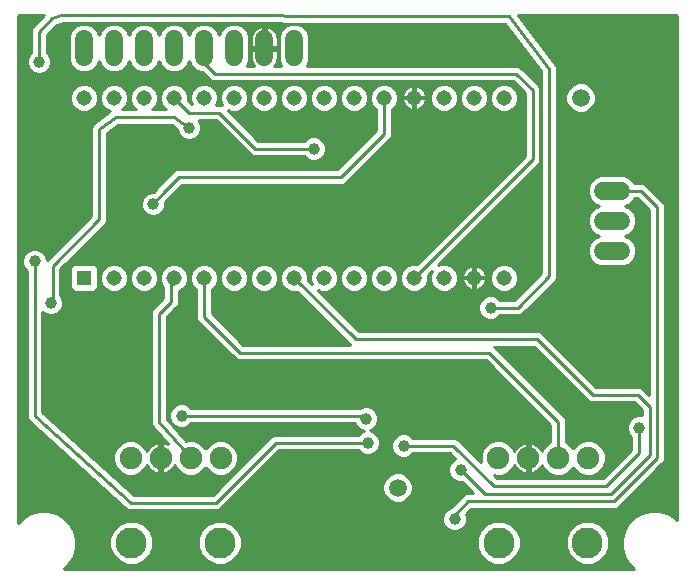
<source format=gbl>
G75*
%MOIN*%
%OFA0B0*%
%FSLAX25Y25*%
%IPPOS*%
%LPD*%
%AMOC8*
5,1,8,0,0,1.08239X$1,22.5*
%
%ADD10R,0.05150X0.05150*%
%ADD11C,0.05150*%
%ADD12C,0.06000*%
%ADD13C,0.07480*%
%ADD14C,0.10335*%
%ADD15C,0.01000*%
%ADD16C,0.03962*%
%ADD17C,0.05906*%
D10*
X0046500Y0136500D03*
D11*
X0056500Y0136500D03*
X0066500Y0136500D03*
X0076500Y0136500D03*
X0086500Y0136500D03*
X0096500Y0136500D03*
X0106500Y0136500D03*
X0116500Y0136500D03*
X0126500Y0136500D03*
X0136500Y0136500D03*
X0146500Y0136500D03*
X0156500Y0136500D03*
X0166500Y0136500D03*
X0176500Y0136500D03*
X0186500Y0136500D03*
X0186500Y0196500D03*
X0176500Y0196500D03*
X0166500Y0196500D03*
X0156500Y0196500D03*
X0146500Y0196500D03*
X0136500Y0196500D03*
X0126500Y0196500D03*
X0116500Y0196500D03*
X0106500Y0196500D03*
X0096500Y0196500D03*
X0086500Y0196500D03*
X0076500Y0196500D03*
X0066500Y0196500D03*
X0056500Y0196500D03*
X0046500Y0196500D03*
D12*
X0046500Y0210000D02*
X0046500Y0216000D01*
X0056500Y0216000D02*
X0056500Y0210000D01*
X0066500Y0210000D02*
X0066500Y0216000D01*
X0076500Y0216000D02*
X0076500Y0210000D01*
X0086500Y0210000D02*
X0086500Y0216000D01*
X0096500Y0216000D02*
X0096500Y0210000D01*
X0106500Y0210000D02*
X0106500Y0216000D01*
X0116500Y0216000D02*
X0116500Y0210000D01*
X0219500Y0165500D02*
X0225500Y0165500D01*
X0225500Y0155500D02*
X0219500Y0155500D01*
X0219500Y0145500D02*
X0225500Y0145500D01*
D13*
X0214500Y0076366D03*
X0204500Y0076366D03*
X0194500Y0076366D03*
X0184500Y0076366D03*
X0092000Y0076366D03*
X0082000Y0076366D03*
X0072000Y0076366D03*
X0062000Y0076366D03*
D14*
X0062236Y0048098D03*
X0091764Y0048098D03*
X0184736Y0048098D03*
X0214264Y0048098D03*
D15*
X0041642Y0041369D02*
X0039773Y0039500D01*
X0229727Y0039500D01*
X0227858Y0041369D01*
X0226436Y0043831D01*
X0225700Y0046578D01*
X0225700Y0049422D01*
X0226436Y0052169D01*
X0227858Y0054631D01*
X0229869Y0056642D01*
X0232331Y0058064D01*
X0235078Y0058800D01*
X0237922Y0058800D01*
X0240669Y0058064D01*
X0243131Y0056642D01*
X0244201Y0055573D01*
X0244201Y0223461D01*
X0244195Y0223539D01*
X0244146Y0223688D01*
X0244054Y0223814D01*
X0243928Y0223906D01*
X0243779Y0223954D01*
X0243701Y0223961D01*
X0191006Y0223961D01*
X0203457Y0207821D01*
X0203704Y0207573D01*
X0203770Y0207415D01*
X0203875Y0207279D01*
X0203966Y0206941D01*
X0204100Y0206618D01*
X0204100Y0206446D01*
X0204145Y0206281D01*
X0204100Y0205934D01*
X0204100Y0136483D01*
X0203704Y0135527D01*
X0192473Y0124296D01*
X0191517Y0123900D01*
X0185172Y0123900D01*
X0184312Y0123040D01*
X0182812Y0122419D01*
X0181188Y0122419D01*
X0179688Y0123040D01*
X0178540Y0124188D01*
X0177919Y0125688D01*
X0177919Y0127312D01*
X0178540Y0128812D01*
X0179688Y0129960D01*
X0181188Y0130581D01*
X0182812Y0130581D01*
X0184312Y0129960D01*
X0185172Y0129100D01*
X0189923Y0129100D01*
X0198900Y0138077D01*
X0198900Y0205214D01*
X0186719Y0221004D01*
X0039350Y0221328D01*
X0037333Y0220656D01*
X0034100Y0217423D01*
X0034100Y0211672D01*
X0034960Y0210812D01*
X0035581Y0209312D01*
X0035581Y0207688D01*
X0034960Y0206188D01*
X0033812Y0205040D01*
X0032312Y0204419D01*
X0030688Y0204419D01*
X0029188Y0205040D01*
X0028040Y0206188D01*
X0027419Y0207688D01*
X0027419Y0209312D01*
X0028040Y0210812D01*
X0028900Y0211672D01*
X0028900Y0219017D01*
X0029296Y0219973D01*
X0033284Y0223961D01*
X0025000Y0223961D01*
X0024922Y0223954D01*
X0024773Y0223906D01*
X0024646Y0223814D01*
X0024554Y0223688D01*
X0024506Y0223539D01*
X0024500Y0223461D01*
X0024500Y0054773D01*
X0026369Y0056642D01*
X0028831Y0058064D01*
X0031578Y0058800D01*
X0034422Y0058800D01*
X0037169Y0058064D01*
X0039631Y0056642D01*
X0041642Y0054631D01*
X0043064Y0052169D01*
X0043800Y0049422D01*
X0043800Y0046578D01*
X0043064Y0043831D01*
X0041642Y0041369D01*
X0041602Y0041329D02*
X0059589Y0041329D01*
X0060791Y0040831D02*
X0063682Y0040831D01*
X0066353Y0041937D01*
X0068397Y0043982D01*
X0069504Y0046653D01*
X0069504Y0049544D01*
X0068397Y0052215D01*
X0066353Y0054259D01*
X0063682Y0055366D01*
X0060791Y0055366D01*
X0058120Y0054259D01*
X0056075Y0052215D01*
X0054969Y0049544D01*
X0054969Y0046653D01*
X0056075Y0043982D01*
X0058120Y0041937D01*
X0060791Y0040831D01*
X0057730Y0042327D02*
X0042196Y0042327D01*
X0042772Y0043326D02*
X0056731Y0043326D01*
X0055933Y0044324D02*
X0043196Y0044324D01*
X0043464Y0045323D02*
X0055520Y0045323D01*
X0055106Y0046321D02*
X0043731Y0046321D01*
X0043800Y0047320D02*
X0054969Y0047320D01*
X0054969Y0048318D02*
X0043800Y0048318D01*
X0043800Y0049317D02*
X0054969Y0049317D01*
X0055288Y0050315D02*
X0043561Y0050315D01*
X0043293Y0051314D02*
X0055702Y0051314D01*
X0056173Y0052312D02*
X0042981Y0052312D01*
X0042404Y0053311D02*
X0057171Y0053311D01*
X0058241Y0054309D02*
X0041828Y0054309D01*
X0040966Y0055308D02*
X0060651Y0055308D01*
X0063821Y0055308D02*
X0090179Y0055308D01*
X0090318Y0055366D02*
X0087647Y0054259D01*
X0085603Y0052215D01*
X0084496Y0049544D01*
X0084496Y0046653D01*
X0085603Y0043982D01*
X0087647Y0041937D01*
X0090318Y0040831D01*
X0093209Y0040831D01*
X0095880Y0041937D01*
X0097925Y0043982D01*
X0099031Y0046653D01*
X0099031Y0049544D01*
X0097925Y0052215D01*
X0095880Y0054259D01*
X0093209Y0055366D01*
X0090318Y0055366D01*
X0087768Y0054309D02*
X0066232Y0054309D01*
X0067301Y0053311D02*
X0086699Y0053311D01*
X0085700Y0052312D02*
X0068300Y0052312D01*
X0068770Y0051314D02*
X0085230Y0051314D01*
X0084816Y0050315D02*
X0069184Y0050315D01*
X0069504Y0049317D02*
X0084496Y0049317D01*
X0084496Y0048318D02*
X0069504Y0048318D01*
X0069504Y0047320D02*
X0084496Y0047320D01*
X0084634Y0046321D02*
X0069366Y0046321D01*
X0068953Y0045323D02*
X0085047Y0045323D01*
X0085461Y0044324D02*
X0068539Y0044324D01*
X0067741Y0043326D02*
X0086259Y0043326D01*
X0087257Y0042327D02*
X0066743Y0042327D01*
X0064883Y0041329D02*
X0089117Y0041329D01*
X0094411Y0041329D02*
X0182089Y0041329D01*
X0183291Y0040831D02*
X0186182Y0040831D01*
X0188853Y0041937D01*
X0190897Y0043982D01*
X0192004Y0046653D01*
X0192004Y0049544D01*
X0190897Y0052215D01*
X0188853Y0054259D01*
X0186182Y0055366D01*
X0183291Y0055366D01*
X0180620Y0054259D01*
X0178575Y0052215D01*
X0177469Y0049544D01*
X0177469Y0046653D01*
X0178575Y0043982D01*
X0180620Y0041937D01*
X0183291Y0040831D01*
X0180230Y0042327D02*
X0096270Y0042327D01*
X0097269Y0043326D02*
X0179231Y0043326D01*
X0178433Y0044324D02*
X0098067Y0044324D01*
X0098480Y0045323D02*
X0178020Y0045323D01*
X0177606Y0046321D02*
X0098894Y0046321D01*
X0099031Y0047320D02*
X0177469Y0047320D01*
X0177469Y0048318D02*
X0099031Y0048318D01*
X0099031Y0049317D02*
X0177469Y0049317D01*
X0177788Y0050315D02*
X0098712Y0050315D01*
X0098298Y0051314D02*
X0178202Y0051314D01*
X0178673Y0052312D02*
X0171762Y0052312D01*
X0172312Y0052540D02*
X0173460Y0053688D01*
X0174081Y0055188D01*
X0174081Y0056812D01*
X0173761Y0057584D01*
X0175577Y0059400D01*
X0223517Y0059400D01*
X0224473Y0059796D01*
X0238973Y0074296D01*
X0239704Y0075027D01*
X0240100Y0075983D01*
X0240100Y0160517D01*
X0239704Y0161473D01*
X0238973Y0162204D01*
X0234204Y0166973D01*
X0233473Y0167704D01*
X0232517Y0168100D01*
X0229943Y0168100D01*
X0229824Y0168389D01*
X0228389Y0169824D01*
X0226514Y0170600D01*
X0218486Y0170600D01*
X0216611Y0169824D01*
X0215176Y0168389D01*
X0214400Y0166514D01*
X0214400Y0164486D01*
X0215176Y0162611D01*
X0216611Y0161176D01*
X0218244Y0160500D01*
X0216611Y0159824D01*
X0215176Y0158389D01*
X0214400Y0156514D01*
X0214400Y0154486D01*
X0215176Y0152611D01*
X0216611Y0151176D01*
X0218244Y0150500D01*
X0216611Y0149824D01*
X0215176Y0148389D01*
X0214400Y0146514D01*
X0214400Y0144486D01*
X0215176Y0142611D01*
X0216611Y0141176D01*
X0218486Y0140400D01*
X0226514Y0140400D01*
X0228389Y0141176D01*
X0229824Y0142611D01*
X0230600Y0144486D01*
X0230600Y0146514D01*
X0229824Y0148389D01*
X0228389Y0149824D01*
X0226756Y0150500D01*
X0228389Y0151176D01*
X0229824Y0152611D01*
X0230600Y0154486D01*
X0230600Y0156514D01*
X0229824Y0158389D01*
X0228389Y0159824D01*
X0226756Y0160500D01*
X0228389Y0161176D01*
X0229824Y0162611D01*
X0229943Y0162900D01*
X0230923Y0162900D01*
X0234900Y0158923D01*
X0234900Y0097277D01*
X0232473Y0099704D01*
X0231517Y0100100D01*
X0217077Y0100100D01*
X0198973Y0118204D01*
X0198017Y0118600D01*
X0138077Y0118600D01*
X0124344Y0132333D01*
X0125570Y0131825D01*
X0127430Y0131825D01*
X0129148Y0132537D01*
X0130463Y0133852D01*
X0131175Y0135570D01*
X0131175Y0137430D01*
X0130463Y0139148D01*
X0129148Y0140463D01*
X0127430Y0141175D01*
X0125570Y0141175D01*
X0123852Y0140463D01*
X0122537Y0139148D01*
X0121825Y0137430D01*
X0121825Y0135570D01*
X0122333Y0134344D01*
X0121155Y0135522D01*
X0121175Y0135570D01*
X0121175Y0137430D01*
X0120463Y0139148D01*
X0119148Y0140463D01*
X0117430Y0141175D01*
X0115570Y0141175D01*
X0113852Y0140463D01*
X0112537Y0139148D01*
X0111825Y0137430D01*
X0111825Y0135570D01*
X0112537Y0133852D01*
X0113852Y0132537D01*
X0115570Y0131825D01*
X0117430Y0131825D01*
X0117478Y0131845D01*
X0134796Y0114527D01*
X0135223Y0114100D01*
X0099577Y0114100D01*
X0089100Y0124577D01*
X0089100Y0132517D01*
X0089148Y0132537D01*
X0090463Y0133852D01*
X0091175Y0135570D01*
X0091175Y0137430D01*
X0090463Y0139148D01*
X0089148Y0140463D01*
X0087430Y0141175D01*
X0085570Y0141175D01*
X0083852Y0140463D01*
X0082537Y0139148D01*
X0081825Y0137430D01*
X0081825Y0135570D01*
X0082537Y0133852D01*
X0083852Y0132537D01*
X0083900Y0132517D01*
X0083900Y0122983D01*
X0084296Y0122027D01*
X0097027Y0109296D01*
X0097983Y0108900D01*
X0180423Y0108900D01*
X0201900Y0087423D01*
X0201900Y0081611D01*
X0201192Y0081317D01*
X0199549Y0079674D01*
X0199166Y0078750D01*
X0198982Y0079113D01*
X0198497Y0079780D01*
X0197914Y0080363D01*
X0197246Y0080848D01*
X0196512Y0081222D01*
X0195727Y0081477D01*
X0195000Y0081592D01*
X0195000Y0076866D01*
X0194000Y0076866D01*
X0194000Y0081592D01*
X0193273Y0081477D01*
X0192488Y0081222D01*
X0191754Y0080848D01*
X0191086Y0080363D01*
X0190503Y0079780D01*
X0190018Y0079113D01*
X0189834Y0078750D01*
X0189451Y0079674D01*
X0187808Y0081317D01*
X0185662Y0082206D01*
X0183338Y0082206D01*
X0181192Y0081317D01*
X0179549Y0079674D01*
X0178660Y0077528D01*
X0178660Y0075204D01*
X0178792Y0074885D01*
X0171704Y0081973D01*
X0170973Y0082704D01*
X0170017Y0083100D01*
X0156172Y0083100D01*
X0155312Y0083960D01*
X0153812Y0084581D01*
X0152188Y0084581D01*
X0150688Y0083960D01*
X0149540Y0082812D01*
X0148919Y0081312D01*
X0148919Y0079688D01*
X0149540Y0078188D01*
X0150688Y0077040D01*
X0152188Y0076419D01*
X0153812Y0076419D01*
X0155312Y0077040D01*
X0156172Y0077900D01*
X0168423Y0077900D01*
X0170166Y0076157D01*
X0169688Y0075960D01*
X0168540Y0074812D01*
X0167919Y0073312D01*
X0167919Y0071688D01*
X0168540Y0070188D01*
X0169688Y0069040D01*
X0171188Y0068419D01*
X0172404Y0068419D01*
X0176223Y0064600D01*
X0173983Y0064600D01*
X0173027Y0064204D01*
X0168703Y0059880D01*
X0167688Y0059460D01*
X0166540Y0058312D01*
X0165919Y0056812D01*
X0165919Y0055188D01*
X0166540Y0053688D01*
X0167688Y0052540D01*
X0169188Y0051919D01*
X0170812Y0051919D01*
X0172312Y0052540D01*
X0173082Y0053311D02*
X0179671Y0053311D01*
X0180741Y0054309D02*
X0173717Y0054309D01*
X0174081Y0055308D02*
X0183151Y0055308D01*
X0186321Y0055308D02*
X0212679Y0055308D01*
X0212818Y0055366D02*
X0210147Y0054259D01*
X0208103Y0052215D01*
X0206996Y0049544D01*
X0206996Y0046653D01*
X0208103Y0043982D01*
X0210147Y0041937D01*
X0212818Y0040831D01*
X0215709Y0040831D01*
X0218380Y0041937D01*
X0220425Y0043982D01*
X0221531Y0046653D01*
X0221531Y0049544D01*
X0220425Y0052215D01*
X0218380Y0054259D01*
X0215709Y0055366D01*
X0212818Y0055366D01*
X0210268Y0054309D02*
X0188732Y0054309D01*
X0189801Y0053311D02*
X0209199Y0053311D01*
X0208200Y0052312D02*
X0190800Y0052312D01*
X0191270Y0051314D02*
X0207730Y0051314D01*
X0207316Y0050315D02*
X0191684Y0050315D01*
X0192004Y0049317D02*
X0206996Y0049317D01*
X0206996Y0048318D02*
X0192004Y0048318D01*
X0192004Y0047320D02*
X0206996Y0047320D01*
X0207134Y0046321D02*
X0191866Y0046321D01*
X0191453Y0045323D02*
X0207547Y0045323D01*
X0207961Y0044324D02*
X0191039Y0044324D01*
X0190241Y0043326D02*
X0208759Y0043326D01*
X0209757Y0042327D02*
X0189243Y0042327D01*
X0187383Y0041329D02*
X0211617Y0041329D01*
X0216911Y0041329D02*
X0227898Y0041329D01*
X0227304Y0042327D02*
X0218770Y0042327D01*
X0219769Y0043326D02*
X0226728Y0043326D01*
X0226304Y0044324D02*
X0220567Y0044324D01*
X0220980Y0045323D02*
X0226036Y0045323D01*
X0225769Y0046321D02*
X0221394Y0046321D01*
X0221531Y0047320D02*
X0225700Y0047320D01*
X0225700Y0048318D02*
X0221531Y0048318D01*
X0221531Y0049317D02*
X0225700Y0049317D01*
X0225939Y0050315D02*
X0221212Y0050315D01*
X0220798Y0051314D02*
X0226207Y0051314D01*
X0226519Y0052312D02*
X0220327Y0052312D01*
X0219329Y0053311D02*
X0227096Y0053311D01*
X0227672Y0054309D02*
X0218259Y0054309D01*
X0215849Y0055308D02*
X0228534Y0055308D01*
X0229533Y0056306D02*
X0174081Y0056306D01*
X0173877Y0057305D02*
X0231017Y0057305D01*
X0233225Y0058303D02*
X0174480Y0058303D01*
X0175479Y0059302D02*
X0244201Y0059302D01*
X0244201Y0058303D02*
X0239775Y0058303D01*
X0241983Y0057305D02*
X0244201Y0057305D01*
X0244201Y0056306D02*
X0243467Y0056306D01*
X0244201Y0060301D02*
X0224977Y0060301D01*
X0225976Y0061299D02*
X0244201Y0061299D01*
X0244201Y0062298D02*
X0226974Y0062298D01*
X0227973Y0063296D02*
X0244201Y0063296D01*
X0244201Y0064295D02*
X0228971Y0064295D01*
X0229970Y0065293D02*
X0244201Y0065293D01*
X0244201Y0066292D02*
X0230969Y0066292D01*
X0231967Y0067290D02*
X0244201Y0067290D01*
X0244201Y0068289D02*
X0232966Y0068289D01*
X0233964Y0069287D02*
X0244201Y0069287D01*
X0244201Y0070286D02*
X0234963Y0070286D01*
X0235961Y0071284D02*
X0244201Y0071284D01*
X0244201Y0072283D02*
X0236960Y0072283D01*
X0237958Y0073281D02*
X0244201Y0073281D01*
X0244201Y0074280D02*
X0238957Y0074280D01*
X0238973Y0074296D02*
X0238973Y0074296D01*
X0239808Y0075278D02*
X0244201Y0075278D01*
X0244201Y0076277D02*
X0240100Y0076277D01*
X0240100Y0077275D02*
X0244201Y0077275D01*
X0244201Y0078274D02*
X0240100Y0078274D01*
X0240100Y0079272D02*
X0244201Y0079272D01*
X0244201Y0080271D02*
X0240100Y0080271D01*
X0240100Y0081269D02*
X0244201Y0081269D01*
X0244201Y0082268D02*
X0240100Y0082268D01*
X0240100Y0083266D02*
X0244201Y0083266D01*
X0244201Y0084265D02*
X0240100Y0084265D01*
X0240100Y0085263D02*
X0244201Y0085263D01*
X0244201Y0086262D02*
X0240100Y0086262D01*
X0240100Y0087260D02*
X0244201Y0087260D01*
X0244201Y0088259D02*
X0240100Y0088259D01*
X0240100Y0089257D02*
X0244201Y0089257D01*
X0244201Y0090256D02*
X0240100Y0090256D01*
X0240100Y0091254D02*
X0244201Y0091254D01*
X0244201Y0092253D02*
X0240100Y0092253D01*
X0240100Y0093251D02*
X0244201Y0093251D01*
X0244201Y0094250D02*
X0240100Y0094250D01*
X0240100Y0095248D02*
X0244201Y0095248D01*
X0244201Y0096247D02*
X0240100Y0096247D01*
X0240100Y0097245D02*
X0244201Y0097245D01*
X0244201Y0098244D02*
X0240100Y0098244D01*
X0240100Y0099242D02*
X0244201Y0099242D01*
X0244201Y0100241D02*
X0240100Y0100241D01*
X0240100Y0101239D02*
X0244201Y0101239D01*
X0244201Y0102238D02*
X0240100Y0102238D01*
X0240100Y0103237D02*
X0244201Y0103237D01*
X0244201Y0104235D02*
X0240100Y0104235D01*
X0240100Y0105234D02*
X0244201Y0105234D01*
X0244201Y0106232D02*
X0240100Y0106232D01*
X0240100Y0107231D02*
X0244201Y0107231D01*
X0244201Y0108229D02*
X0240100Y0108229D01*
X0240100Y0109228D02*
X0244201Y0109228D01*
X0244201Y0110226D02*
X0240100Y0110226D01*
X0240100Y0111225D02*
X0244201Y0111225D01*
X0244201Y0112223D02*
X0240100Y0112223D01*
X0240100Y0113222D02*
X0244201Y0113222D01*
X0244201Y0114220D02*
X0240100Y0114220D01*
X0240100Y0115219D02*
X0244201Y0115219D01*
X0244201Y0116217D02*
X0240100Y0116217D01*
X0240100Y0117216D02*
X0244201Y0117216D01*
X0244201Y0118214D02*
X0240100Y0118214D01*
X0240100Y0119213D02*
X0244201Y0119213D01*
X0244201Y0120211D02*
X0240100Y0120211D01*
X0240100Y0121210D02*
X0244201Y0121210D01*
X0244201Y0122208D02*
X0240100Y0122208D01*
X0240100Y0123207D02*
X0244201Y0123207D01*
X0244201Y0124205D02*
X0240100Y0124205D01*
X0240100Y0125204D02*
X0244201Y0125204D01*
X0244201Y0126202D02*
X0240100Y0126202D01*
X0240100Y0127201D02*
X0244201Y0127201D01*
X0244201Y0128199D02*
X0240100Y0128199D01*
X0240100Y0129198D02*
X0244201Y0129198D01*
X0244201Y0130196D02*
X0240100Y0130196D01*
X0240100Y0131195D02*
X0244201Y0131195D01*
X0244201Y0132193D02*
X0240100Y0132193D01*
X0240100Y0133192D02*
X0244201Y0133192D01*
X0244201Y0134190D02*
X0240100Y0134190D01*
X0240100Y0135189D02*
X0244201Y0135189D01*
X0244201Y0136187D02*
X0240100Y0136187D01*
X0240100Y0137186D02*
X0244201Y0137186D01*
X0244201Y0138184D02*
X0240100Y0138184D01*
X0240100Y0139183D02*
X0244201Y0139183D01*
X0244201Y0140181D02*
X0240100Y0140181D01*
X0240100Y0141180D02*
X0244201Y0141180D01*
X0244201Y0142178D02*
X0240100Y0142178D01*
X0240100Y0143177D02*
X0244201Y0143177D01*
X0244201Y0144175D02*
X0240100Y0144175D01*
X0240100Y0145174D02*
X0244201Y0145174D01*
X0244201Y0146172D02*
X0240100Y0146172D01*
X0240100Y0147171D02*
X0244201Y0147171D01*
X0244201Y0148170D02*
X0240100Y0148170D01*
X0240100Y0149168D02*
X0244201Y0149168D01*
X0244201Y0150167D02*
X0240100Y0150167D01*
X0240100Y0151165D02*
X0244201Y0151165D01*
X0244201Y0152164D02*
X0240100Y0152164D01*
X0240100Y0153162D02*
X0244201Y0153162D01*
X0244201Y0154161D02*
X0240100Y0154161D01*
X0240100Y0155159D02*
X0244201Y0155159D01*
X0244201Y0156158D02*
X0240100Y0156158D01*
X0240100Y0157156D02*
X0244201Y0157156D01*
X0244201Y0158155D02*
X0240100Y0158155D01*
X0240100Y0159153D02*
X0244201Y0159153D01*
X0244201Y0160152D02*
X0240100Y0160152D01*
X0239838Y0161150D02*
X0244201Y0161150D01*
X0244201Y0162149D02*
X0239028Y0162149D01*
X0238030Y0163147D02*
X0244201Y0163147D01*
X0244201Y0164146D02*
X0237031Y0164146D01*
X0236033Y0165144D02*
X0244201Y0165144D01*
X0244201Y0166143D02*
X0235034Y0166143D01*
X0234036Y0167141D02*
X0244201Y0167141D01*
X0244201Y0168140D02*
X0229927Y0168140D01*
X0229074Y0169138D02*
X0244201Y0169138D01*
X0244201Y0170137D02*
X0227633Y0170137D01*
X0232000Y0165500D02*
X0222500Y0165500D01*
X0217367Y0170137D02*
X0204100Y0170137D01*
X0204100Y0171135D02*
X0244201Y0171135D01*
X0244201Y0172134D02*
X0204100Y0172134D01*
X0204100Y0173132D02*
X0244201Y0173132D01*
X0244201Y0174131D02*
X0204100Y0174131D01*
X0204100Y0175129D02*
X0244201Y0175129D01*
X0244201Y0176128D02*
X0204100Y0176128D01*
X0204100Y0177126D02*
X0244201Y0177126D01*
X0244201Y0178125D02*
X0204100Y0178125D01*
X0204100Y0179123D02*
X0244201Y0179123D01*
X0244201Y0180122D02*
X0204100Y0180122D01*
X0204100Y0181120D02*
X0244201Y0181120D01*
X0244201Y0182119D02*
X0204100Y0182119D01*
X0204100Y0183117D02*
X0244201Y0183117D01*
X0244201Y0184116D02*
X0204100Y0184116D01*
X0204100Y0185114D02*
X0244201Y0185114D01*
X0244201Y0186113D02*
X0204100Y0186113D01*
X0204100Y0187111D02*
X0244201Y0187111D01*
X0244201Y0188110D02*
X0204100Y0188110D01*
X0204100Y0189108D02*
X0244201Y0189108D01*
X0244201Y0190107D02*
X0204100Y0190107D01*
X0204100Y0191105D02*
X0244201Y0191105D01*
X0244201Y0192104D02*
X0214591Y0192104D01*
X0214862Y0192216D02*
X0216284Y0193638D01*
X0217053Y0195495D01*
X0217053Y0197505D01*
X0216284Y0199362D01*
X0214862Y0200784D01*
X0213005Y0201553D01*
X0210995Y0201553D01*
X0209138Y0200784D01*
X0207716Y0199362D01*
X0206947Y0197505D01*
X0206947Y0195495D01*
X0207716Y0193638D01*
X0209138Y0192216D01*
X0210995Y0191447D01*
X0213005Y0191447D01*
X0214862Y0192216D01*
X0215748Y0193103D02*
X0244201Y0193103D01*
X0244201Y0194101D02*
X0216475Y0194101D01*
X0216889Y0195100D02*
X0244201Y0195100D01*
X0244201Y0196098D02*
X0217053Y0196098D01*
X0217053Y0197097D02*
X0244201Y0197097D01*
X0244201Y0198095D02*
X0216808Y0198095D01*
X0216395Y0199094D02*
X0244201Y0199094D01*
X0244201Y0200092D02*
X0215554Y0200092D01*
X0214121Y0201091D02*
X0244201Y0201091D01*
X0244201Y0202089D02*
X0204100Y0202089D01*
X0204100Y0201091D02*
X0209879Y0201091D01*
X0208446Y0200092D02*
X0204100Y0200092D01*
X0204100Y0199094D02*
X0207605Y0199094D01*
X0207192Y0198095D02*
X0204100Y0198095D01*
X0204100Y0197097D02*
X0206947Y0197097D01*
X0206947Y0196098D02*
X0204100Y0196098D01*
X0204100Y0195100D02*
X0207111Y0195100D01*
X0207525Y0194101D02*
X0204100Y0194101D01*
X0204100Y0193103D02*
X0208252Y0193103D01*
X0209409Y0192104D02*
X0204100Y0192104D01*
X0198900Y0192104D02*
X0198600Y0192104D01*
X0198600Y0191105D02*
X0198900Y0191105D01*
X0198900Y0190107D02*
X0198600Y0190107D01*
X0198600Y0189108D02*
X0198900Y0189108D01*
X0198900Y0188110D02*
X0198600Y0188110D01*
X0198600Y0187111D02*
X0198900Y0187111D01*
X0198900Y0186113D02*
X0198600Y0186113D01*
X0198600Y0185114D02*
X0198900Y0185114D01*
X0198900Y0184116D02*
X0198600Y0184116D01*
X0198600Y0183117D02*
X0198900Y0183117D01*
X0198900Y0182119D02*
X0198600Y0182119D01*
X0198600Y0181120D02*
X0198900Y0181120D01*
X0198900Y0180122D02*
X0198600Y0180122D01*
X0198600Y0179123D02*
X0198900Y0179123D01*
X0198900Y0178125D02*
X0198600Y0178125D01*
X0198600Y0177126D02*
X0198900Y0177126D01*
X0198900Y0176128D02*
X0198600Y0176128D01*
X0198600Y0175483D02*
X0198600Y0199517D01*
X0198204Y0200473D01*
X0197473Y0201204D01*
X0191973Y0206704D01*
X0191017Y0207100D01*
X0120812Y0207100D01*
X0120824Y0207111D01*
X0121600Y0208986D01*
X0121600Y0217014D01*
X0120824Y0218889D01*
X0119389Y0220324D01*
X0117514Y0221100D01*
X0115486Y0221100D01*
X0113611Y0220324D01*
X0112176Y0218889D01*
X0111400Y0217014D01*
X0111400Y0208986D01*
X0112176Y0207111D01*
X0112188Y0207100D01*
X0109955Y0207100D01*
X0110349Y0207641D01*
X0110670Y0208273D01*
X0110889Y0208946D01*
X0111000Y0209646D01*
X0111000Y0212500D01*
X0107000Y0212500D01*
X0107000Y0213500D01*
X0106000Y0213500D01*
X0106000Y0220477D01*
X0105446Y0220389D01*
X0104773Y0220170D01*
X0104141Y0219849D01*
X0103568Y0219432D01*
X0103068Y0218932D01*
X0102651Y0218359D01*
X0102330Y0217727D01*
X0102111Y0217054D01*
X0102000Y0216354D01*
X0102000Y0213500D01*
X0106000Y0213500D01*
X0106000Y0212500D01*
X0102000Y0212500D01*
X0102000Y0209646D01*
X0102111Y0208946D01*
X0102330Y0208273D01*
X0102651Y0207641D01*
X0103045Y0207100D01*
X0100812Y0207100D01*
X0100824Y0207111D01*
X0101600Y0208986D01*
X0101600Y0217014D01*
X0100824Y0218889D01*
X0099389Y0220324D01*
X0097514Y0221100D01*
X0095486Y0221100D01*
X0093611Y0220324D01*
X0092176Y0218889D01*
X0091500Y0217256D01*
X0090824Y0218889D01*
X0089389Y0220324D01*
X0087514Y0221100D01*
X0085486Y0221100D01*
X0083611Y0220324D01*
X0082176Y0218889D01*
X0081500Y0217256D01*
X0080824Y0218889D01*
X0079389Y0220324D01*
X0077514Y0221100D01*
X0075486Y0221100D01*
X0073611Y0220324D01*
X0072176Y0218889D01*
X0071500Y0217256D01*
X0070824Y0218889D01*
X0069389Y0220324D01*
X0067514Y0221100D01*
X0065486Y0221100D01*
X0063611Y0220324D01*
X0062176Y0218889D01*
X0061500Y0217256D01*
X0060824Y0218889D01*
X0059389Y0220324D01*
X0057514Y0221100D01*
X0055486Y0221100D01*
X0053611Y0220324D01*
X0052176Y0218889D01*
X0051500Y0217256D01*
X0050824Y0218889D01*
X0049389Y0220324D01*
X0047514Y0221100D01*
X0045486Y0221100D01*
X0043611Y0220324D01*
X0042176Y0218889D01*
X0041400Y0217014D01*
X0041400Y0208986D01*
X0042176Y0207111D01*
X0043611Y0205676D01*
X0045486Y0204900D01*
X0047514Y0204900D01*
X0049389Y0205676D01*
X0050824Y0207111D01*
X0051500Y0208744D01*
X0052176Y0207111D01*
X0053611Y0205676D01*
X0055486Y0204900D01*
X0057514Y0204900D01*
X0059389Y0205676D01*
X0060824Y0207111D01*
X0061500Y0208744D01*
X0062176Y0207111D01*
X0063611Y0205676D01*
X0065486Y0204900D01*
X0067514Y0204900D01*
X0069389Y0205676D01*
X0070824Y0207111D01*
X0071500Y0208744D01*
X0072176Y0207111D01*
X0073611Y0205676D01*
X0075486Y0204900D01*
X0077514Y0204900D01*
X0079389Y0205676D01*
X0080824Y0207111D01*
X0081500Y0208744D01*
X0082176Y0207111D01*
X0083611Y0205676D01*
X0085486Y0204900D01*
X0085923Y0204900D01*
X0087796Y0203027D01*
X0088527Y0202296D01*
X0089483Y0201900D01*
X0189423Y0201900D01*
X0193400Y0197923D01*
X0193400Y0177077D01*
X0157478Y0141155D01*
X0157430Y0141175D01*
X0155570Y0141175D01*
X0153852Y0140463D01*
X0152537Y0139148D01*
X0151825Y0137430D01*
X0151825Y0135570D01*
X0152537Y0133852D01*
X0153852Y0132537D01*
X0155570Y0131825D01*
X0157430Y0131825D01*
X0159148Y0132537D01*
X0160463Y0133852D01*
X0161175Y0135570D01*
X0161175Y0137430D01*
X0161155Y0137478D01*
X0162333Y0138656D01*
X0161825Y0137430D01*
X0161825Y0135570D01*
X0162537Y0133852D01*
X0163852Y0132537D01*
X0165570Y0131825D01*
X0167430Y0131825D01*
X0169148Y0132537D01*
X0170463Y0133852D01*
X0171175Y0135570D01*
X0171175Y0137430D01*
X0170463Y0139148D01*
X0169148Y0140463D01*
X0167430Y0141175D01*
X0165570Y0141175D01*
X0164344Y0140667D01*
X0198204Y0174527D01*
X0198600Y0175483D01*
X0198454Y0175129D02*
X0198900Y0175129D01*
X0198900Y0174131D02*
X0197808Y0174131D01*
X0196809Y0173132D02*
X0198900Y0173132D01*
X0198900Y0172134D02*
X0195811Y0172134D01*
X0194812Y0171135D02*
X0198900Y0171135D01*
X0198900Y0170137D02*
X0193814Y0170137D01*
X0192815Y0169138D02*
X0198900Y0169138D01*
X0198900Y0168140D02*
X0191817Y0168140D01*
X0190818Y0167141D02*
X0198900Y0167141D01*
X0198900Y0166143D02*
X0189820Y0166143D01*
X0188821Y0165144D02*
X0198900Y0165144D01*
X0198900Y0164146D02*
X0187823Y0164146D01*
X0186824Y0163147D02*
X0198900Y0163147D01*
X0198900Y0162149D02*
X0185826Y0162149D01*
X0184827Y0161150D02*
X0198900Y0161150D01*
X0198900Y0160152D02*
X0183829Y0160152D01*
X0182830Y0159153D02*
X0198900Y0159153D01*
X0198900Y0158155D02*
X0181832Y0158155D01*
X0180833Y0157156D02*
X0198900Y0157156D01*
X0198900Y0156158D02*
X0179835Y0156158D01*
X0178836Y0155159D02*
X0198900Y0155159D01*
X0198900Y0154161D02*
X0177838Y0154161D01*
X0176839Y0153162D02*
X0198900Y0153162D01*
X0198900Y0152164D02*
X0175841Y0152164D01*
X0174842Y0151165D02*
X0198900Y0151165D01*
X0198900Y0150167D02*
X0173843Y0150167D01*
X0172845Y0149168D02*
X0198900Y0149168D01*
X0198900Y0148170D02*
X0171846Y0148170D01*
X0170848Y0147171D02*
X0198900Y0147171D01*
X0198900Y0146172D02*
X0169849Y0146172D01*
X0168851Y0145174D02*
X0198900Y0145174D01*
X0198900Y0144175D02*
X0167852Y0144175D01*
X0166854Y0143177D02*
X0198900Y0143177D01*
X0198900Y0142178D02*
X0165855Y0142178D01*
X0164857Y0141180D02*
X0198900Y0141180D01*
X0198900Y0140181D02*
X0189430Y0140181D01*
X0189148Y0140463D02*
X0187430Y0141175D01*
X0185570Y0141175D01*
X0183852Y0140463D01*
X0182537Y0139148D01*
X0181825Y0137430D01*
X0181825Y0135570D01*
X0182537Y0133852D01*
X0183852Y0132537D01*
X0185570Y0131825D01*
X0187430Y0131825D01*
X0189148Y0132537D01*
X0190463Y0133852D01*
X0191175Y0135570D01*
X0191175Y0137430D01*
X0190463Y0139148D01*
X0189148Y0140463D01*
X0190428Y0139183D02*
X0198900Y0139183D01*
X0198900Y0138184D02*
X0190862Y0138184D01*
X0191175Y0137186D02*
X0198009Y0137186D01*
X0197010Y0136187D02*
X0191175Y0136187D01*
X0191017Y0135189D02*
X0196012Y0135189D01*
X0195013Y0134190D02*
X0190603Y0134190D01*
X0189803Y0133192D02*
X0194015Y0133192D01*
X0193016Y0132193D02*
X0188319Y0132193D01*
X0191019Y0130196D02*
X0183741Y0130196D01*
X0185074Y0129198D02*
X0190021Y0129198D01*
X0192018Y0131195D02*
X0125482Y0131195D01*
X0124681Y0132193D02*
X0124484Y0132193D01*
X0126481Y0130196D02*
X0180259Y0130196D01*
X0178926Y0129198D02*
X0127479Y0129198D01*
X0128478Y0128199D02*
X0178287Y0128199D01*
X0177919Y0127201D02*
X0129476Y0127201D01*
X0130475Y0126202D02*
X0177919Y0126202D01*
X0178120Y0125204D02*
X0131473Y0125204D01*
X0132472Y0124205D02*
X0178533Y0124205D01*
X0179522Y0123207D02*
X0133470Y0123207D01*
X0134469Y0122208D02*
X0234900Y0122208D01*
X0234900Y0121210D02*
X0135467Y0121210D01*
X0136466Y0120211D02*
X0234900Y0120211D01*
X0234900Y0119213D02*
X0137464Y0119213D01*
X0137000Y0116000D02*
X0197500Y0116000D01*
X0216000Y0097500D01*
X0231000Y0097500D01*
X0235000Y0093500D01*
X0235000Y0077500D01*
X0222000Y0064500D01*
X0180000Y0064500D01*
X0172000Y0072500D01*
X0169007Y0075278D02*
X0107955Y0075278D01*
X0106957Y0074280D02*
X0168320Y0074280D01*
X0167919Y0073281D02*
X0105958Y0073281D01*
X0104960Y0072283D02*
X0167919Y0072283D01*
X0168086Y0071284D02*
X0152654Y0071284D01*
X0152005Y0071553D02*
X0153862Y0070784D01*
X0155284Y0069362D01*
X0156053Y0067505D01*
X0156053Y0065495D01*
X0155284Y0063638D01*
X0153862Y0062216D01*
X0152005Y0061447D01*
X0149995Y0061447D01*
X0148138Y0062216D01*
X0146716Y0063638D01*
X0145947Y0065495D01*
X0145947Y0067505D01*
X0146716Y0069362D01*
X0148138Y0070784D01*
X0149995Y0071553D01*
X0152005Y0071553D01*
X0149346Y0071284D02*
X0103961Y0071284D01*
X0102963Y0070286D02*
X0147640Y0070286D01*
X0146685Y0069287D02*
X0101964Y0069287D01*
X0100966Y0068289D02*
X0146272Y0068289D01*
X0145947Y0067290D02*
X0099967Y0067290D01*
X0098969Y0066292D02*
X0145947Y0066292D01*
X0146031Y0065293D02*
X0097970Y0065293D01*
X0096972Y0064295D02*
X0146444Y0064295D01*
X0147058Y0063296D02*
X0095973Y0063296D01*
X0094974Y0062298D02*
X0148057Y0062298D01*
X0153943Y0062298D02*
X0171121Y0062298D01*
X0172119Y0063296D02*
X0154942Y0063296D01*
X0155556Y0064295D02*
X0173245Y0064295D01*
X0174531Y0066292D02*
X0156053Y0066292D01*
X0156053Y0067290D02*
X0173533Y0067290D01*
X0172534Y0068289D02*
X0155728Y0068289D01*
X0155315Y0069287D02*
X0169441Y0069287D01*
X0168500Y0070286D02*
X0154360Y0070286D01*
X0155969Y0065293D02*
X0175530Y0065293D01*
X0174500Y0062000D02*
X0170000Y0057500D01*
X0170000Y0056000D01*
X0166283Y0054309D02*
X0095759Y0054309D01*
X0096829Y0053311D02*
X0166918Y0053311D01*
X0168238Y0052312D02*
X0097827Y0052312D01*
X0093349Y0055308D02*
X0165919Y0055308D01*
X0165919Y0056306D02*
X0039967Y0056306D01*
X0038483Y0057305D02*
X0166123Y0057305D01*
X0166537Y0058303D02*
X0036275Y0058303D01*
X0029725Y0058303D02*
X0024500Y0058303D01*
X0024500Y0057305D02*
X0027517Y0057305D01*
X0026033Y0056306D02*
X0024500Y0056306D01*
X0024500Y0055308D02*
X0025034Y0055308D01*
X0024500Y0059302D02*
X0060521Y0059302D01*
X0060527Y0059296D02*
X0060588Y0059271D01*
X0060637Y0059226D01*
X0061064Y0059073D01*
X0061483Y0058900D01*
X0061549Y0058900D01*
X0061611Y0058878D01*
X0062064Y0058900D01*
X0091017Y0058900D01*
X0091973Y0059296D01*
X0111577Y0078900D01*
X0137828Y0078900D01*
X0138688Y0078040D01*
X0140188Y0077419D01*
X0141812Y0077419D01*
X0143312Y0078040D01*
X0144460Y0079188D01*
X0145081Y0080688D01*
X0145081Y0082312D01*
X0144460Y0083812D01*
X0143312Y0084960D01*
X0141812Y0085581D01*
X0141703Y0085581D01*
X0142812Y0086040D01*
X0143960Y0087188D01*
X0144581Y0088688D01*
X0144581Y0090312D01*
X0143960Y0091812D01*
X0142812Y0092960D01*
X0141312Y0093581D01*
X0139688Y0093581D01*
X0138527Y0093100D01*
X0082172Y0093100D01*
X0081312Y0093960D01*
X0079812Y0094581D01*
X0078188Y0094581D01*
X0076688Y0093960D01*
X0075540Y0092812D01*
X0074919Y0091312D01*
X0074919Y0089688D01*
X0075540Y0088188D01*
X0076688Y0087040D01*
X0078188Y0086419D01*
X0079812Y0086419D01*
X0081312Y0087040D01*
X0082172Y0087900D01*
X0136745Y0087900D01*
X0137040Y0087188D01*
X0138188Y0086040D01*
X0139688Y0085419D01*
X0139797Y0085419D01*
X0138688Y0084960D01*
X0137828Y0084100D01*
X0109983Y0084100D01*
X0109027Y0083704D01*
X0108296Y0082973D01*
X0089423Y0064100D01*
X0063003Y0064100D01*
X0032600Y0091653D01*
X0032600Y0125128D01*
X0033188Y0124540D01*
X0034688Y0123919D01*
X0036312Y0123919D01*
X0037812Y0124540D01*
X0038960Y0125688D01*
X0039581Y0127188D01*
X0039581Y0128812D01*
X0038960Y0130312D01*
X0038600Y0130672D01*
X0038600Y0139423D01*
X0053704Y0154527D01*
X0054100Y0155483D01*
X0054100Y0184676D01*
X0057845Y0187400D01*
X0075680Y0187400D01*
X0077419Y0186183D01*
X0077419Y0185688D01*
X0078040Y0184188D01*
X0079188Y0183040D01*
X0080688Y0182419D01*
X0082312Y0182419D01*
X0083812Y0183040D01*
X0084960Y0184188D01*
X0085581Y0185688D01*
X0085581Y0187312D01*
X0084960Y0188812D01*
X0084872Y0188900D01*
X0090423Y0188900D01*
X0102027Y0177296D01*
X0102983Y0176900D01*
X0119828Y0176900D01*
X0120688Y0176040D01*
X0122188Y0175419D01*
X0123812Y0175419D01*
X0125312Y0176040D01*
X0126460Y0177188D01*
X0127081Y0178688D01*
X0127081Y0180312D01*
X0126460Y0181812D01*
X0125312Y0182960D01*
X0123812Y0183581D01*
X0122188Y0183581D01*
X0120688Y0182960D01*
X0119828Y0182100D01*
X0104577Y0182100D01*
X0094344Y0192333D01*
X0095570Y0191825D01*
X0097430Y0191825D01*
X0099148Y0192537D01*
X0100463Y0193852D01*
X0101175Y0195570D01*
X0101175Y0197430D01*
X0100463Y0199148D01*
X0099148Y0200463D01*
X0097430Y0201175D01*
X0095570Y0201175D01*
X0093852Y0200463D01*
X0092537Y0199148D01*
X0091825Y0197430D01*
X0091825Y0195570D01*
X0092521Y0193891D01*
X0092017Y0194100D01*
X0090566Y0194100D01*
X0091175Y0195570D01*
X0091175Y0197430D01*
X0090463Y0199148D01*
X0089148Y0200463D01*
X0087430Y0201175D01*
X0085570Y0201175D01*
X0083852Y0200463D01*
X0082537Y0199148D01*
X0081825Y0197430D01*
X0081825Y0195570D01*
X0082333Y0194344D01*
X0081155Y0195522D01*
X0081175Y0195570D01*
X0081175Y0197430D01*
X0080463Y0199148D01*
X0079148Y0200463D01*
X0077430Y0201175D01*
X0075570Y0201175D01*
X0073852Y0200463D01*
X0072537Y0199148D01*
X0071825Y0197430D01*
X0071825Y0195570D01*
X0072537Y0193852D01*
X0073789Y0192600D01*
X0069211Y0192600D01*
X0070463Y0193852D01*
X0071175Y0195570D01*
X0071175Y0197430D01*
X0070463Y0199148D01*
X0069148Y0200463D01*
X0067430Y0201175D01*
X0065570Y0201175D01*
X0063852Y0200463D01*
X0062537Y0199148D01*
X0061825Y0197430D01*
X0061825Y0195570D01*
X0062537Y0193852D01*
X0063789Y0192600D01*
X0059211Y0192600D01*
X0060463Y0193852D01*
X0061175Y0195570D01*
X0061175Y0197430D01*
X0060463Y0199148D01*
X0059148Y0200463D01*
X0057430Y0201175D01*
X0055570Y0201175D01*
X0053852Y0200463D01*
X0052537Y0199148D01*
X0051825Y0197430D01*
X0051825Y0195570D01*
X0052537Y0193852D01*
X0053852Y0192537D01*
X0055264Y0191952D01*
X0050220Y0188284D01*
X0050027Y0188204D01*
X0049806Y0187983D01*
X0049552Y0187799D01*
X0049443Y0187620D01*
X0049296Y0187473D01*
X0049176Y0187183D01*
X0049012Y0186916D01*
X0048980Y0186710D01*
X0048900Y0186517D01*
X0048900Y0186204D01*
X0048851Y0185895D01*
X0048900Y0185692D01*
X0048900Y0157077D01*
X0034081Y0142258D01*
X0034081Y0142812D01*
X0033460Y0144312D01*
X0032312Y0145460D01*
X0030812Y0146081D01*
X0029188Y0146081D01*
X0027688Y0145460D01*
X0026540Y0144312D01*
X0025919Y0142812D01*
X0025919Y0141188D01*
X0026540Y0139688D01*
X0027400Y0138828D01*
X0027400Y0090951D01*
X0027378Y0090889D01*
X0027400Y0090436D01*
X0027400Y0089983D01*
X0027425Y0089922D01*
X0027429Y0089856D01*
X0027622Y0089446D01*
X0027796Y0089027D01*
X0027843Y0088980D01*
X0027871Y0088921D01*
X0028207Y0088616D01*
X0028527Y0088296D01*
X0028588Y0088271D01*
X0060207Y0059616D01*
X0060527Y0059296D01*
X0059452Y0060301D02*
X0024500Y0060301D01*
X0024500Y0061299D02*
X0058350Y0061299D01*
X0057248Y0062298D02*
X0024500Y0062298D01*
X0024500Y0063296D02*
X0056146Y0063296D01*
X0055045Y0064295D02*
X0024500Y0064295D01*
X0024500Y0065293D02*
X0053943Y0065293D01*
X0052841Y0066292D02*
X0024500Y0066292D01*
X0024500Y0067290D02*
X0051739Y0067290D01*
X0050637Y0068289D02*
X0024500Y0068289D01*
X0024500Y0069287D02*
X0049535Y0069287D01*
X0048434Y0070286D02*
X0024500Y0070286D01*
X0024500Y0071284D02*
X0047332Y0071284D01*
X0046230Y0072283D02*
X0024500Y0072283D01*
X0024500Y0073281D02*
X0045128Y0073281D01*
X0044026Y0074280D02*
X0024500Y0074280D01*
X0024500Y0075278D02*
X0042925Y0075278D01*
X0041823Y0076277D02*
X0024500Y0076277D01*
X0024500Y0077275D02*
X0040721Y0077275D01*
X0039619Y0078274D02*
X0024500Y0078274D01*
X0024500Y0079272D02*
X0038517Y0079272D01*
X0037416Y0080271D02*
X0024500Y0080271D01*
X0024500Y0081269D02*
X0036314Y0081269D01*
X0035212Y0082268D02*
X0024500Y0082268D01*
X0024500Y0083266D02*
X0034110Y0083266D01*
X0033008Y0084265D02*
X0024500Y0084265D01*
X0024500Y0085263D02*
X0031907Y0085263D01*
X0030805Y0086262D02*
X0024500Y0086262D01*
X0024500Y0087260D02*
X0029703Y0087260D01*
X0028601Y0088259D02*
X0024500Y0088259D01*
X0024500Y0089257D02*
X0027701Y0089257D01*
X0027400Y0090256D02*
X0024500Y0090256D01*
X0024500Y0091254D02*
X0027400Y0091254D01*
X0027400Y0092253D02*
X0024500Y0092253D01*
X0024500Y0093251D02*
X0027400Y0093251D01*
X0027400Y0094250D02*
X0024500Y0094250D01*
X0024500Y0095248D02*
X0027400Y0095248D01*
X0027400Y0096247D02*
X0024500Y0096247D01*
X0024500Y0097245D02*
X0027400Y0097245D01*
X0027400Y0098244D02*
X0024500Y0098244D01*
X0024500Y0099242D02*
X0027400Y0099242D01*
X0027400Y0100241D02*
X0024500Y0100241D01*
X0024500Y0101239D02*
X0027400Y0101239D01*
X0027400Y0102238D02*
X0024500Y0102238D01*
X0024500Y0103237D02*
X0027400Y0103237D01*
X0027400Y0104235D02*
X0024500Y0104235D01*
X0024500Y0105234D02*
X0027400Y0105234D01*
X0027400Y0106232D02*
X0024500Y0106232D01*
X0024500Y0107231D02*
X0027400Y0107231D01*
X0027400Y0108229D02*
X0024500Y0108229D01*
X0024500Y0109228D02*
X0027400Y0109228D01*
X0027400Y0110226D02*
X0024500Y0110226D01*
X0024500Y0111225D02*
X0027400Y0111225D01*
X0027400Y0112223D02*
X0024500Y0112223D01*
X0024500Y0113222D02*
X0027400Y0113222D01*
X0027400Y0114220D02*
X0024500Y0114220D01*
X0024500Y0115219D02*
X0027400Y0115219D01*
X0027400Y0116217D02*
X0024500Y0116217D01*
X0024500Y0117216D02*
X0027400Y0117216D01*
X0027400Y0118214D02*
X0024500Y0118214D01*
X0024500Y0119213D02*
X0027400Y0119213D01*
X0027400Y0120211D02*
X0024500Y0120211D01*
X0024500Y0121210D02*
X0027400Y0121210D01*
X0027400Y0122208D02*
X0024500Y0122208D01*
X0024500Y0123207D02*
X0027400Y0123207D01*
X0027400Y0124205D02*
X0024500Y0124205D01*
X0024500Y0125204D02*
X0027400Y0125204D01*
X0027400Y0126202D02*
X0024500Y0126202D01*
X0024500Y0127201D02*
X0027400Y0127201D01*
X0027400Y0128199D02*
X0024500Y0128199D01*
X0024500Y0129198D02*
X0027400Y0129198D01*
X0027400Y0130196D02*
X0024500Y0130196D01*
X0024500Y0131195D02*
X0027400Y0131195D01*
X0027400Y0132193D02*
X0024500Y0132193D01*
X0024500Y0133192D02*
X0027400Y0133192D01*
X0027400Y0134190D02*
X0024500Y0134190D01*
X0024500Y0135189D02*
X0027400Y0135189D01*
X0027400Y0136187D02*
X0024500Y0136187D01*
X0024500Y0137186D02*
X0027400Y0137186D01*
X0027400Y0138184D02*
X0024500Y0138184D01*
X0024500Y0139183D02*
X0027046Y0139183D01*
X0026336Y0140181D02*
X0024500Y0140181D01*
X0024500Y0141180D02*
X0025922Y0141180D01*
X0025919Y0142178D02*
X0024500Y0142178D01*
X0024500Y0143177D02*
X0026070Y0143177D01*
X0026484Y0144175D02*
X0024500Y0144175D01*
X0024500Y0145174D02*
X0027402Y0145174D01*
X0024500Y0146172D02*
X0037996Y0146172D01*
X0036997Y0145174D02*
X0032598Y0145174D01*
X0033516Y0144175D02*
X0035999Y0144175D01*
X0035000Y0143177D02*
X0033930Y0143177D01*
X0036000Y0140500D02*
X0051500Y0156000D01*
X0051500Y0186000D01*
X0057000Y0190000D01*
X0076500Y0190000D01*
X0081500Y0186500D01*
X0085250Y0188110D02*
X0091213Y0188110D01*
X0092212Y0187111D02*
X0085581Y0187111D01*
X0085581Y0186113D02*
X0093210Y0186113D01*
X0094209Y0185114D02*
X0085343Y0185114D01*
X0084887Y0184116D02*
X0095207Y0184116D01*
X0096206Y0183117D02*
X0083889Y0183117D01*
X0079111Y0183117D02*
X0054100Y0183117D01*
X0054100Y0182119D02*
X0097204Y0182119D01*
X0098203Y0181120D02*
X0054100Y0181120D01*
X0054100Y0180122D02*
X0099201Y0180122D01*
X0100200Y0179123D02*
X0054100Y0179123D01*
X0054100Y0178125D02*
X0101198Y0178125D01*
X0102436Y0177126D02*
X0054100Y0177126D01*
X0054100Y0176128D02*
X0120601Y0176128D01*
X0123000Y0179500D02*
X0103500Y0179500D01*
X0091500Y0191500D01*
X0081500Y0191500D01*
X0076500Y0196500D01*
X0073286Y0193103D02*
X0069714Y0193103D01*
X0070566Y0194101D02*
X0072434Y0194101D01*
X0072020Y0195100D02*
X0070980Y0195100D01*
X0071175Y0196098D02*
X0071825Y0196098D01*
X0071825Y0197097D02*
X0071175Y0197097D01*
X0070899Y0198095D02*
X0072101Y0198095D01*
X0072514Y0199094D02*
X0070486Y0199094D01*
X0069519Y0200092D02*
X0073481Y0200092D01*
X0075367Y0201091D02*
X0067633Y0201091D01*
X0065367Y0201091D02*
X0057633Y0201091D01*
X0059519Y0200092D02*
X0063481Y0200092D01*
X0062514Y0199094D02*
X0060486Y0199094D01*
X0060899Y0198095D02*
X0062101Y0198095D01*
X0061825Y0197097D02*
X0061175Y0197097D01*
X0061175Y0196098D02*
X0061825Y0196098D01*
X0062020Y0195100D02*
X0060980Y0195100D01*
X0060566Y0194101D02*
X0062434Y0194101D01*
X0063286Y0193103D02*
X0059714Y0193103D01*
X0054897Y0192104D02*
X0048103Y0192104D01*
X0047430Y0191825D02*
X0049148Y0192537D01*
X0050463Y0193852D01*
X0051175Y0195570D01*
X0051175Y0197430D01*
X0050463Y0199148D01*
X0049148Y0200463D01*
X0047430Y0201175D01*
X0045570Y0201175D01*
X0043852Y0200463D01*
X0042537Y0199148D01*
X0041825Y0197430D01*
X0041825Y0195570D01*
X0042537Y0193852D01*
X0043852Y0192537D01*
X0045570Y0191825D01*
X0047430Y0191825D01*
X0044897Y0192104D02*
X0024500Y0192104D01*
X0024500Y0191105D02*
X0054100Y0191105D01*
X0052727Y0190107D02*
X0024500Y0190107D01*
X0024500Y0189108D02*
X0051354Y0189108D01*
X0049933Y0188110D02*
X0024500Y0188110D01*
X0024500Y0187111D02*
X0049132Y0187111D01*
X0048886Y0186113D02*
X0024500Y0186113D01*
X0024500Y0185114D02*
X0048900Y0185114D01*
X0048900Y0184116D02*
X0024500Y0184116D01*
X0024500Y0183117D02*
X0048900Y0183117D01*
X0048900Y0182119D02*
X0024500Y0182119D01*
X0024500Y0181120D02*
X0048900Y0181120D01*
X0048900Y0180122D02*
X0024500Y0180122D01*
X0024500Y0179123D02*
X0048900Y0179123D01*
X0048900Y0178125D02*
X0024500Y0178125D01*
X0024500Y0177126D02*
X0048900Y0177126D01*
X0048900Y0176128D02*
X0024500Y0176128D01*
X0024500Y0175129D02*
X0048900Y0175129D01*
X0048900Y0174131D02*
X0024500Y0174131D01*
X0024500Y0173132D02*
X0048900Y0173132D01*
X0048900Y0172134D02*
X0024500Y0172134D01*
X0024500Y0171135D02*
X0048900Y0171135D01*
X0048900Y0170137D02*
X0024500Y0170137D01*
X0024500Y0169138D02*
X0048900Y0169138D01*
X0048900Y0168140D02*
X0024500Y0168140D01*
X0024500Y0167141D02*
X0048900Y0167141D01*
X0048900Y0166143D02*
X0024500Y0166143D01*
X0024500Y0165144D02*
X0048900Y0165144D01*
X0048900Y0164146D02*
X0024500Y0164146D01*
X0024500Y0163147D02*
X0048900Y0163147D01*
X0048900Y0162149D02*
X0024500Y0162149D01*
X0024500Y0161150D02*
X0048900Y0161150D01*
X0048900Y0160152D02*
X0024500Y0160152D01*
X0024500Y0159153D02*
X0048900Y0159153D01*
X0048900Y0158155D02*
X0024500Y0158155D01*
X0024500Y0157156D02*
X0048900Y0157156D01*
X0047981Y0156158D02*
X0024500Y0156158D01*
X0024500Y0155159D02*
X0046982Y0155159D01*
X0045984Y0154161D02*
X0024500Y0154161D01*
X0024500Y0153162D02*
X0044985Y0153162D01*
X0043987Y0152164D02*
X0024500Y0152164D01*
X0024500Y0151165D02*
X0042988Y0151165D01*
X0041990Y0150167D02*
X0024500Y0150167D01*
X0024500Y0149168D02*
X0040991Y0149168D01*
X0039993Y0148170D02*
X0024500Y0148170D01*
X0024500Y0147171D02*
X0038994Y0147171D01*
X0042354Y0143177D02*
X0159500Y0143177D01*
X0160499Y0144175D02*
X0043352Y0144175D01*
X0044351Y0145174D02*
X0161497Y0145174D01*
X0162496Y0146172D02*
X0045349Y0146172D01*
X0046348Y0147171D02*
X0163494Y0147171D01*
X0164493Y0148170D02*
X0047346Y0148170D01*
X0048345Y0149168D02*
X0165491Y0149168D01*
X0166490Y0150167D02*
X0049343Y0150167D01*
X0050342Y0151165D02*
X0167488Y0151165D01*
X0168487Y0152164D02*
X0051341Y0152164D01*
X0052339Y0153162D02*
X0169485Y0153162D01*
X0170484Y0154161D02*
X0053338Y0154161D01*
X0053966Y0155159D02*
X0171482Y0155159D01*
X0172481Y0156158D02*
X0054100Y0156158D01*
X0054100Y0157156D02*
X0068116Y0157156D01*
X0068688Y0156919D02*
X0067188Y0157540D01*
X0066040Y0158688D01*
X0065419Y0160188D01*
X0065419Y0161812D01*
X0066040Y0163312D01*
X0067188Y0164460D01*
X0068688Y0165081D01*
X0069649Y0165081D01*
X0071266Y0166900D01*
X0071296Y0166973D01*
X0071607Y0167284D01*
X0071900Y0167614D01*
X0071971Y0167648D01*
X0076527Y0172204D01*
X0077483Y0172600D01*
X0130923Y0172600D01*
X0143900Y0185577D01*
X0143900Y0192517D01*
X0143852Y0192537D01*
X0142537Y0193852D01*
X0141825Y0195570D01*
X0141825Y0197430D01*
X0142537Y0199148D01*
X0143852Y0200463D01*
X0145570Y0201175D01*
X0147430Y0201175D01*
X0149148Y0200463D01*
X0150463Y0199148D01*
X0151175Y0197430D01*
X0151175Y0195570D01*
X0150463Y0193852D01*
X0149148Y0192537D01*
X0149100Y0192517D01*
X0149100Y0183983D01*
X0148704Y0183027D01*
X0134204Y0168527D01*
X0133473Y0167796D01*
X0132517Y0167400D01*
X0079077Y0167400D01*
X0075393Y0163716D01*
X0073581Y0161678D01*
X0073581Y0160188D01*
X0072960Y0158688D01*
X0071812Y0157540D01*
X0070312Y0156919D01*
X0068688Y0156919D01*
X0070884Y0157156D02*
X0173479Y0157156D01*
X0174478Y0158155D02*
X0072426Y0158155D01*
X0073152Y0159153D02*
X0175476Y0159153D01*
X0176475Y0160152D02*
X0073566Y0160152D01*
X0073581Y0161150D02*
X0177473Y0161150D01*
X0178472Y0162149D02*
X0074000Y0162149D01*
X0074887Y0163147D02*
X0179470Y0163147D01*
X0180469Y0164146D02*
X0075823Y0164146D01*
X0076821Y0165144D02*
X0181467Y0165144D01*
X0182466Y0166143D02*
X0077820Y0166143D01*
X0078818Y0167141D02*
X0183464Y0167141D01*
X0184463Y0168140D02*
X0133817Y0168140D01*
X0134815Y0169138D02*
X0185461Y0169138D01*
X0186460Y0170137D02*
X0135814Y0170137D01*
X0136812Y0171135D02*
X0187458Y0171135D01*
X0188457Y0172134D02*
X0137811Y0172134D01*
X0138809Y0173132D02*
X0189455Y0173132D01*
X0190454Y0174131D02*
X0139808Y0174131D01*
X0140806Y0175129D02*
X0191452Y0175129D01*
X0192451Y0176128D02*
X0141805Y0176128D01*
X0142803Y0177126D02*
X0193400Y0177126D01*
X0193400Y0178125D02*
X0143802Y0178125D01*
X0144800Y0179123D02*
X0193400Y0179123D01*
X0193400Y0180122D02*
X0145799Y0180122D01*
X0146797Y0181120D02*
X0193400Y0181120D01*
X0193400Y0182119D02*
X0147796Y0182119D01*
X0148742Y0183117D02*
X0193400Y0183117D01*
X0193400Y0184116D02*
X0149100Y0184116D01*
X0149100Y0185114D02*
X0193400Y0185114D01*
X0193400Y0186113D02*
X0149100Y0186113D01*
X0149100Y0187111D02*
X0193400Y0187111D01*
X0193400Y0188110D02*
X0149100Y0188110D01*
X0149100Y0189108D02*
X0193400Y0189108D01*
X0193400Y0190107D02*
X0149100Y0190107D01*
X0149100Y0191105D02*
X0193400Y0191105D01*
X0193400Y0192104D02*
X0188103Y0192104D01*
X0187430Y0191825D02*
X0189148Y0192537D01*
X0190463Y0193852D01*
X0191175Y0195570D01*
X0191175Y0197430D01*
X0190463Y0199148D01*
X0189148Y0200463D01*
X0187430Y0201175D01*
X0185570Y0201175D01*
X0183852Y0200463D01*
X0182537Y0199148D01*
X0181825Y0197430D01*
X0181825Y0195570D01*
X0182537Y0193852D01*
X0183852Y0192537D01*
X0185570Y0191825D01*
X0187430Y0191825D01*
X0184897Y0192104D02*
X0178103Y0192104D01*
X0177430Y0191825D02*
X0179148Y0192537D01*
X0180463Y0193852D01*
X0181175Y0195570D01*
X0181175Y0197430D01*
X0180463Y0199148D01*
X0179148Y0200463D01*
X0177430Y0201175D01*
X0175570Y0201175D01*
X0173852Y0200463D01*
X0172537Y0199148D01*
X0171825Y0197430D01*
X0171825Y0195570D01*
X0172537Y0193852D01*
X0173852Y0192537D01*
X0175570Y0191825D01*
X0177430Y0191825D01*
X0174897Y0192104D02*
X0168103Y0192104D01*
X0167430Y0191825D02*
X0169148Y0192537D01*
X0170463Y0193852D01*
X0171175Y0195570D01*
X0171175Y0197430D01*
X0170463Y0199148D01*
X0169148Y0200463D01*
X0167430Y0201175D01*
X0165570Y0201175D01*
X0163852Y0200463D01*
X0162537Y0199148D01*
X0161825Y0197430D01*
X0161825Y0195570D01*
X0162537Y0193852D01*
X0163852Y0192537D01*
X0165570Y0191825D01*
X0167430Y0191825D01*
X0164897Y0192104D02*
X0149100Y0192104D01*
X0149714Y0193103D02*
X0154244Y0193103D01*
X0154364Y0193015D02*
X0154936Y0192724D01*
X0155546Y0192526D01*
X0156179Y0192425D01*
X0156213Y0192425D01*
X0156213Y0196213D01*
X0156787Y0196213D01*
X0156787Y0192425D01*
X0156821Y0192425D01*
X0157454Y0192526D01*
X0158064Y0192724D01*
X0158636Y0193015D01*
X0159155Y0193392D01*
X0159608Y0193845D01*
X0159985Y0194364D01*
X0160276Y0194936D01*
X0160474Y0195546D01*
X0160575Y0196179D01*
X0160575Y0196213D01*
X0156787Y0196213D01*
X0156787Y0196787D01*
X0160575Y0196787D01*
X0160575Y0196821D01*
X0160474Y0197454D01*
X0160276Y0198064D01*
X0159985Y0198636D01*
X0159608Y0199155D01*
X0159155Y0199608D01*
X0158636Y0199985D01*
X0158064Y0200276D01*
X0157454Y0200474D01*
X0156821Y0200575D01*
X0156787Y0200575D01*
X0156787Y0196787D01*
X0156213Y0196787D01*
X0156213Y0196213D01*
X0152425Y0196213D01*
X0152425Y0196179D01*
X0152526Y0195546D01*
X0152724Y0194936D01*
X0153015Y0194364D01*
X0153392Y0193845D01*
X0153845Y0193392D01*
X0154364Y0193015D01*
X0153206Y0194101D02*
X0150566Y0194101D01*
X0150980Y0195100D02*
X0152671Y0195100D01*
X0152438Y0196098D02*
X0151175Y0196098D01*
X0151175Y0197097D02*
X0152469Y0197097D01*
X0152425Y0196821D02*
X0152526Y0197454D01*
X0152724Y0198064D01*
X0153015Y0198636D01*
X0153392Y0199155D01*
X0153845Y0199608D01*
X0154364Y0199985D01*
X0154936Y0200276D01*
X0155546Y0200474D01*
X0156179Y0200575D01*
X0156213Y0200575D01*
X0156213Y0196787D01*
X0152425Y0196787D01*
X0152425Y0196821D01*
X0152739Y0198095D02*
X0150899Y0198095D01*
X0150486Y0199094D02*
X0153348Y0199094D01*
X0154574Y0200092D02*
X0149519Y0200092D01*
X0147633Y0201091D02*
X0165367Y0201091D01*
X0163481Y0200092D02*
X0158426Y0200092D01*
X0159652Y0199094D02*
X0162514Y0199094D01*
X0162101Y0198095D02*
X0160261Y0198095D01*
X0160531Y0197097D02*
X0161825Y0197097D01*
X0161825Y0196098D02*
X0160562Y0196098D01*
X0160329Y0195100D02*
X0162020Y0195100D01*
X0162434Y0194101D02*
X0159794Y0194101D01*
X0158756Y0193103D02*
X0163286Y0193103D01*
X0169714Y0193103D02*
X0173286Y0193103D01*
X0172434Y0194101D02*
X0170566Y0194101D01*
X0170980Y0195100D02*
X0172020Y0195100D01*
X0171825Y0196098D02*
X0171175Y0196098D01*
X0171175Y0197097D02*
X0171825Y0197097D01*
X0172101Y0198095D02*
X0170899Y0198095D01*
X0170486Y0199094D02*
X0172514Y0199094D01*
X0173481Y0200092D02*
X0169519Y0200092D01*
X0167633Y0201091D02*
X0175367Y0201091D01*
X0177633Y0201091D02*
X0185367Y0201091D01*
X0183481Y0200092D02*
X0179519Y0200092D01*
X0180486Y0199094D02*
X0182514Y0199094D01*
X0182101Y0198095D02*
X0180899Y0198095D01*
X0181175Y0197097D02*
X0181825Y0197097D01*
X0181825Y0196098D02*
X0181175Y0196098D01*
X0180980Y0195100D02*
X0182020Y0195100D01*
X0182434Y0194101D02*
X0180566Y0194101D01*
X0179714Y0193103D02*
X0183286Y0193103D01*
X0189714Y0193103D02*
X0193400Y0193103D01*
X0193400Y0194101D02*
X0190566Y0194101D01*
X0190980Y0195100D02*
X0193400Y0195100D01*
X0193400Y0196098D02*
X0191175Y0196098D01*
X0191175Y0197097D02*
X0193400Y0197097D01*
X0193228Y0198095D02*
X0190899Y0198095D01*
X0190486Y0199094D02*
X0192229Y0199094D01*
X0191231Y0200092D02*
X0189519Y0200092D01*
X0190232Y0201091D02*
X0187633Y0201091D01*
X0190500Y0204500D02*
X0196000Y0199000D01*
X0196000Y0176000D01*
X0156500Y0136500D01*
X0159803Y0133192D02*
X0163197Y0133192D01*
X0162397Y0134190D02*
X0160603Y0134190D01*
X0161017Y0135189D02*
X0161983Y0135189D01*
X0161825Y0136187D02*
X0161175Y0136187D01*
X0161175Y0137186D02*
X0161825Y0137186D01*
X0161861Y0138184D02*
X0162138Y0138184D01*
X0158502Y0142178D02*
X0041355Y0142178D01*
X0040357Y0141180D02*
X0157503Y0141180D01*
X0153570Y0140181D02*
X0149430Y0140181D01*
X0149148Y0140463D02*
X0150463Y0139148D01*
X0151175Y0137430D01*
X0151175Y0135570D01*
X0150463Y0133852D01*
X0149148Y0132537D01*
X0147430Y0131825D01*
X0145570Y0131825D01*
X0143852Y0132537D01*
X0142537Y0133852D01*
X0141825Y0135570D01*
X0141825Y0137430D01*
X0142537Y0139148D01*
X0143852Y0140463D01*
X0145570Y0141175D01*
X0147430Y0141175D01*
X0149148Y0140463D01*
X0150428Y0139183D02*
X0152572Y0139183D01*
X0152138Y0138184D02*
X0150862Y0138184D01*
X0151175Y0137186D02*
X0151825Y0137186D01*
X0151825Y0136187D02*
X0151175Y0136187D01*
X0151017Y0135189D02*
X0151983Y0135189D01*
X0152397Y0134190D02*
X0150603Y0134190D01*
X0149803Y0133192D02*
X0153197Y0133192D01*
X0154681Y0132193D02*
X0148319Y0132193D01*
X0144681Y0132193D02*
X0138319Y0132193D01*
X0139148Y0132537D02*
X0140463Y0133852D01*
X0141175Y0135570D01*
X0141175Y0137430D01*
X0140463Y0139148D01*
X0139148Y0140463D01*
X0137430Y0141175D01*
X0135570Y0141175D01*
X0133852Y0140463D01*
X0132537Y0139148D01*
X0131825Y0137430D01*
X0131825Y0135570D01*
X0132537Y0133852D01*
X0133852Y0132537D01*
X0135570Y0131825D01*
X0137430Y0131825D01*
X0139148Y0132537D01*
X0139803Y0133192D02*
X0143197Y0133192D01*
X0142397Y0134190D02*
X0140603Y0134190D01*
X0141017Y0135189D02*
X0141983Y0135189D01*
X0141825Y0136187D02*
X0141175Y0136187D01*
X0141175Y0137186D02*
X0141825Y0137186D01*
X0142138Y0138184D02*
X0140862Y0138184D01*
X0140428Y0139183D02*
X0142572Y0139183D01*
X0143570Y0140181D02*
X0139430Y0140181D01*
X0133570Y0140181D02*
X0129430Y0140181D01*
X0130428Y0139183D02*
X0132572Y0139183D01*
X0132138Y0138184D02*
X0130862Y0138184D01*
X0131175Y0137186D02*
X0131825Y0137186D01*
X0131825Y0136187D02*
X0131175Y0136187D01*
X0131017Y0135189D02*
X0131983Y0135189D01*
X0132397Y0134190D02*
X0130603Y0134190D01*
X0129803Y0133192D02*
X0133197Y0133192D01*
X0134681Y0132193D02*
X0128319Y0132193D01*
X0121983Y0135189D02*
X0121488Y0135189D01*
X0121175Y0136187D02*
X0121825Y0136187D01*
X0121825Y0137186D02*
X0121175Y0137186D01*
X0120862Y0138184D02*
X0122138Y0138184D01*
X0122572Y0139183D02*
X0120428Y0139183D01*
X0119430Y0140181D02*
X0123570Y0140181D01*
X0116500Y0136500D02*
X0137000Y0116000D01*
X0135103Y0114220D02*
X0099457Y0114220D01*
X0098458Y0115219D02*
X0134104Y0115219D01*
X0133106Y0116217D02*
X0097460Y0116217D01*
X0096461Y0117216D02*
X0132107Y0117216D01*
X0131109Y0118214D02*
X0095463Y0118214D01*
X0094464Y0119213D02*
X0130110Y0119213D01*
X0129112Y0120211D02*
X0093466Y0120211D01*
X0092467Y0121210D02*
X0128113Y0121210D01*
X0127115Y0122208D02*
X0091469Y0122208D01*
X0090470Y0123207D02*
X0126116Y0123207D01*
X0125118Y0124205D02*
X0089472Y0124205D01*
X0089100Y0125204D02*
X0124119Y0125204D01*
X0123121Y0126202D02*
X0089100Y0126202D01*
X0089100Y0127201D02*
X0122122Y0127201D01*
X0121124Y0128199D02*
X0089100Y0128199D01*
X0089100Y0129198D02*
X0120125Y0129198D01*
X0119127Y0130196D02*
X0089100Y0130196D01*
X0089100Y0131195D02*
X0118128Y0131195D01*
X0114681Y0132193D02*
X0108319Y0132193D01*
X0109148Y0132537D02*
X0107430Y0131825D01*
X0105570Y0131825D01*
X0103852Y0132537D01*
X0102537Y0133852D01*
X0101825Y0135570D01*
X0101825Y0137430D01*
X0102537Y0139148D01*
X0103852Y0140463D01*
X0105570Y0141175D01*
X0107430Y0141175D01*
X0109148Y0140463D01*
X0110463Y0139148D01*
X0111175Y0137430D01*
X0111175Y0135570D01*
X0110463Y0133852D01*
X0109148Y0132537D01*
X0109803Y0133192D02*
X0113197Y0133192D01*
X0112397Y0134190D02*
X0110603Y0134190D01*
X0111017Y0135189D02*
X0111983Y0135189D01*
X0111825Y0136187D02*
X0111175Y0136187D01*
X0111175Y0137186D02*
X0111825Y0137186D01*
X0112138Y0138184D02*
X0110862Y0138184D01*
X0110428Y0139183D02*
X0112572Y0139183D01*
X0113570Y0140181D02*
X0109430Y0140181D01*
X0103570Y0140181D02*
X0099430Y0140181D01*
X0099148Y0140463D02*
X0097430Y0141175D01*
X0095570Y0141175D01*
X0093852Y0140463D01*
X0092537Y0139148D01*
X0091825Y0137430D01*
X0091825Y0135570D01*
X0092537Y0133852D01*
X0093852Y0132537D01*
X0095570Y0131825D01*
X0097430Y0131825D01*
X0099148Y0132537D01*
X0100463Y0133852D01*
X0101175Y0135570D01*
X0101175Y0137430D01*
X0100463Y0139148D01*
X0099148Y0140463D01*
X0100428Y0139183D02*
X0102572Y0139183D01*
X0102138Y0138184D02*
X0100862Y0138184D01*
X0101175Y0137186D02*
X0101825Y0137186D01*
X0101825Y0136187D02*
X0101175Y0136187D01*
X0101017Y0135189D02*
X0101983Y0135189D01*
X0102397Y0134190D02*
X0100603Y0134190D01*
X0099803Y0133192D02*
X0103197Y0133192D01*
X0104681Y0132193D02*
X0098319Y0132193D01*
X0094681Y0132193D02*
X0089100Y0132193D01*
X0089803Y0133192D02*
X0093197Y0133192D01*
X0092397Y0134190D02*
X0090603Y0134190D01*
X0091017Y0135189D02*
X0091983Y0135189D01*
X0091825Y0136187D02*
X0091175Y0136187D01*
X0091175Y0137186D02*
X0091825Y0137186D01*
X0092138Y0138184D02*
X0090862Y0138184D01*
X0090428Y0139183D02*
X0092572Y0139183D01*
X0093570Y0140181D02*
X0089430Y0140181D01*
X0086500Y0136500D02*
X0086500Y0123500D01*
X0098500Y0111500D01*
X0181500Y0111500D01*
X0204500Y0088500D01*
X0204500Y0076366D01*
X0199166Y0073982D02*
X0199549Y0073058D01*
X0201192Y0071415D01*
X0203338Y0070526D01*
X0205662Y0070526D01*
X0207808Y0071415D01*
X0209451Y0073058D01*
X0209500Y0073176D01*
X0209549Y0073058D01*
X0211192Y0071415D01*
X0213338Y0070526D01*
X0215662Y0070526D01*
X0217808Y0071415D01*
X0219451Y0073058D01*
X0220340Y0075204D01*
X0220340Y0077528D01*
X0219451Y0079674D01*
X0217808Y0081317D01*
X0215662Y0082206D01*
X0213338Y0082206D01*
X0211192Y0081317D01*
X0209549Y0079674D01*
X0209500Y0079556D01*
X0209451Y0079674D01*
X0207808Y0081317D01*
X0207100Y0081611D01*
X0207100Y0089017D01*
X0206704Y0089973D01*
X0183704Y0112973D01*
X0183277Y0113400D01*
X0196423Y0113400D01*
X0213796Y0096027D01*
X0214527Y0095296D01*
X0215483Y0094900D01*
X0229923Y0094900D01*
X0232400Y0092423D01*
X0232400Y0090545D01*
X0232312Y0090581D01*
X0230688Y0090581D01*
X0229188Y0089960D01*
X0228040Y0088812D01*
X0227419Y0087312D01*
X0227419Y0085688D01*
X0228040Y0084188D01*
X0228900Y0083328D01*
X0228900Y0079077D01*
X0219423Y0069600D01*
X0184077Y0069600D01*
X0183018Y0070658D01*
X0183338Y0070526D01*
X0185662Y0070526D01*
X0187808Y0071415D01*
X0189451Y0073058D01*
X0189834Y0073982D01*
X0190018Y0073620D01*
X0190503Y0072952D01*
X0191086Y0072369D01*
X0191754Y0071884D01*
X0192488Y0071510D01*
X0193273Y0071255D01*
X0194000Y0071140D01*
X0194000Y0075866D01*
X0195000Y0075866D01*
X0195000Y0071140D01*
X0195727Y0071255D01*
X0196512Y0071510D01*
X0197246Y0071884D01*
X0197914Y0072369D01*
X0198497Y0072952D01*
X0198982Y0073620D01*
X0199166Y0073982D01*
X0199456Y0073281D02*
X0198736Y0073281D01*
X0197795Y0072283D02*
X0200324Y0072283D01*
X0201508Y0071284D02*
X0195817Y0071284D01*
X0195000Y0071284D02*
X0194000Y0071284D01*
X0193183Y0071284D02*
X0187492Y0071284D01*
X0188676Y0072283D02*
X0191205Y0072283D01*
X0190264Y0073281D02*
X0189543Y0073281D01*
X0194000Y0073281D02*
X0195000Y0073281D01*
X0195000Y0072283D02*
X0194000Y0072283D01*
X0194000Y0074280D02*
X0195000Y0074280D01*
X0195000Y0075278D02*
X0194000Y0075278D01*
X0194000Y0077275D02*
X0195000Y0077275D01*
X0195000Y0078274D02*
X0194000Y0078274D01*
X0194000Y0079272D02*
X0195000Y0079272D01*
X0195000Y0080271D02*
X0194000Y0080271D01*
X0194000Y0081269D02*
X0195000Y0081269D01*
X0196367Y0081269D02*
X0201144Y0081269D01*
X0201900Y0082268D02*
X0171409Y0082268D01*
X0171704Y0081973D02*
X0171704Y0081973D01*
X0172408Y0081269D02*
X0181144Y0081269D01*
X0180145Y0080271D02*
X0173406Y0080271D01*
X0174405Y0079272D02*
X0179382Y0079272D01*
X0178969Y0078274D02*
X0175403Y0078274D01*
X0176402Y0077275D02*
X0178660Y0077275D01*
X0178660Y0076277D02*
X0177400Y0076277D01*
X0178399Y0075278D02*
X0178660Y0075278D01*
X0183391Y0070286D02*
X0220109Y0070286D01*
X0221107Y0071284D02*
X0217492Y0071284D01*
X0218676Y0072283D02*
X0222106Y0072283D01*
X0223104Y0073281D02*
X0219543Y0073281D01*
X0219957Y0074280D02*
X0224103Y0074280D01*
X0225101Y0075278D02*
X0220340Y0075278D01*
X0220340Y0076277D02*
X0226100Y0076277D01*
X0227098Y0077275D02*
X0220340Y0077275D01*
X0220031Y0078274D02*
X0228097Y0078274D01*
X0228900Y0079272D02*
X0219618Y0079272D01*
X0218855Y0080271D02*
X0228900Y0080271D01*
X0228900Y0081269D02*
X0217856Y0081269D01*
X0211144Y0081269D02*
X0207856Y0081269D01*
X0207100Y0082268D02*
X0228900Y0082268D01*
X0228900Y0083266D02*
X0207100Y0083266D01*
X0207100Y0084265D02*
X0228008Y0084265D01*
X0227595Y0085263D02*
X0207100Y0085263D01*
X0207100Y0086262D02*
X0227419Y0086262D01*
X0227419Y0087260D02*
X0207100Y0087260D01*
X0207100Y0088259D02*
X0227811Y0088259D01*
X0228486Y0089257D02*
X0207001Y0089257D01*
X0206421Y0090256D02*
X0229903Y0090256D01*
X0232400Y0091254D02*
X0205423Y0091254D01*
X0204424Y0092253D02*
X0232400Y0092253D01*
X0231572Y0093251D02*
X0203426Y0093251D01*
X0202427Y0094250D02*
X0230573Y0094250D01*
X0233933Y0098244D02*
X0234900Y0098244D01*
X0234900Y0099242D02*
X0232934Y0099242D01*
X0234900Y0100241D02*
X0216936Y0100241D01*
X0215937Y0101239D02*
X0234900Y0101239D01*
X0234900Y0102238D02*
X0214939Y0102238D01*
X0213940Y0103237D02*
X0234900Y0103237D01*
X0234900Y0104235D02*
X0212942Y0104235D01*
X0211943Y0105234D02*
X0234900Y0105234D01*
X0234900Y0106232D02*
X0210945Y0106232D01*
X0209946Y0107231D02*
X0234900Y0107231D01*
X0234900Y0108229D02*
X0208948Y0108229D01*
X0207949Y0109228D02*
X0234900Y0109228D01*
X0234900Y0110226D02*
X0206951Y0110226D01*
X0205952Y0111225D02*
X0234900Y0111225D01*
X0234900Y0112223D02*
X0204954Y0112223D01*
X0203955Y0113222D02*
X0234900Y0113222D01*
X0234900Y0114220D02*
X0202957Y0114220D01*
X0201958Y0115219D02*
X0234900Y0115219D01*
X0234900Y0116217D02*
X0200960Y0116217D01*
X0199961Y0117216D02*
X0234900Y0117216D01*
X0234900Y0118214D02*
X0198949Y0118214D01*
X0196601Y0113222D02*
X0183455Y0113222D01*
X0184454Y0112223D02*
X0197600Y0112223D01*
X0198598Y0111225D02*
X0185452Y0111225D01*
X0186451Y0110226D02*
X0199597Y0110226D01*
X0200595Y0109228D02*
X0187449Y0109228D01*
X0188448Y0108229D02*
X0201594Y0108229D01*
X0202592Y0107231D02*
X0189446Y0107231D01*
X0190445Y0106232D02*
X0203591Y0106232D01*
X0204590Y0105234D02*
X0191443Y0105234D01*
X0192442Y0104235D02*
X0205588Y0104235D01*
X0206587Y0103237D02*
X0193440Y0103237D01*
X0194439Y0102238D02*
X0207585Y0102238D01*
X0208584Y0101239D02*
X0195437Y0101239D01*
X0196436Y0100241D02*
X0209582Y0100241D01*
X0210581Y0099242D02*
X0197434Y0099242D01*
X0198433Y0098244D02*
X0211579Y0098244D01*
X0212578Y0097245D02*
X0199431Y0097245D01*
X0200430Y0096247D02*
X0213576Y0096247D01*
X0214642Y0095248D02*
X0201429Y0095248D01*
X0196072Y0093251D02*
X0142108Y0093251D01*
X0143519Y0092253D02*
X0197070Y0092253D01*
X0198069Y0091254D02*
X0144191Y0091254D01*
X0144581Y0090256D02*
X0199067Y0090256D01*
X0200066Y0089257D02*
X0144581Y0089257D01*
X0144403Y0088259D02*
X0201064Y0088259D01*
X0201900Y0087260D02*
X0143990Y0087260D01*
X0143033Y0086262D02*
X0201900Y0086262D01*
X0201900Y0085263D02*
X0142579Y0085263D01*
X0144007Y0084265D02*
X0151425Y0084265D01*
X0149995Y0083266D02*
X0144686Y0083266D01*
X0145081Y0082268D02*
X0149315Y0082268D01*
X0148919Y0081269D02*
X0145081Y0081269D01*
X0144908Y0080271D02*
X0148919Y0080271D01*
X0149091Y0079272D02*
X0144495Y0079272D01*
X0143545Y0078274D02*
X0149505Y0078274D01*
X0150453Y0077275D02*
X0109952Y0077275D01*
X0108954Y0076277D02*
X0170046Y0076277D01*
X0169048Y0077275D02*
X0155547Y0077275D01*
X0153000Y0080500D02*
X0169500Y0080500D01*
X0183000Y0067000D01*
X0220500Y0067000D01*
X0231500Y0078000D01*
X0231500Y0086500D01*
X0237500Y0076500D02*
X0223000Y0062000D01*
X0174500Y0062000D01*
X0170122Y0061299D02*
X0093976Y0061299D01*
X0092977Y0060301D02*
X0169124Y0060301D01*
X0167530Y0059302D02*
X0091979Y0059302D01*
X0090500Y0061500D02*
X0110500Y0081500D01*
X0141000Y0081500D01*
X0139421Y0085263D02*
X0077670Y0085263D01*
X0078543Y0084265D02*
X0137993Y0084265D01*
X0137967Y0086262D02*
X0076796Y0086262D01*
X0076468Y0087260D02*
X0075922Y0087260D01*
X0075511Y0088259D02*
X0075049Y0088259D01*
X0075097Y0089257D02*
X0074175Y0089257D01*
X0074100Y0089343D02*
X0074100Y0123423D01*
X0076973Y0126296D01*
X0077704Y0127027D01*
X0078100Y0127983D01*
X0078100Y0132103D01*
X0079148Y0132537D01*
X0080463Y0133852D01*
X0081175Y0135570D01*
X0081175Y0137430D01*
X0080463Y0139148D01*
X0079148Y0140463D01*
X0077430Y0141175D01*
X0075570Y0141175D01*
X0073852Y0140463D01*
X0072537Y0139148D01*
X0071825Y0137430D01*
X0071825Y0135570D01*
X0072537Y0133852D01*
X0072900Y0133489D01*
X0072900Y0129577D01*
X0069296Y0125973D01*
X0068900Y0125017D01*
X0068900Y0088453D01*
X0068871Y0088023D01*
X0068900Y0087938D01*
X0068900Y0087849D01*
X0069065Y0087451D01*
X0069203Y0087043D01*
X0069262Y0086976D01*
X0069296Y0086893D01*
X0069600Y0086589D01*
X0074525Y0080961D01*
X0074012Y0081222D01*
X0073227Y0081477D01*
X0072500Y0081592D01*
X0072500Y0076866D01*
X0071500Y0076866D01*
X0071500Y0081592D01*
X0070773Y0081477D01*
X0069988Y0081222D01*
X0069254Y0080848D01*
X0068586Y0080363D01*
X0068003Y0079780D01*
X0067518Y0079113D01*
X0067334Y0078750D01*
X0066951Y0079674D01*
X0065308Y0081317D01*
X0063162Y0082206D01*
X0060838Y0082206D01*
X0058692Y0081317D01*
X0057049Y0079674D01*
X0056160Y0077528D01*
X0056160Y0075204D01*
X0057049Y0073058D01*
X0058692Y0071415D01*
X0060838Y0070526D01*
X0063162Y0070526D01*
X0065308Y0071415D01*
X0066951Y0073058D01*
X0067334Y0073982D01*
X0067518Y0073620D01*
X0068003Y0072952D01*
X0068586Y0072369D01*
X0069254Y0071884D01*
X0069988Y0071510D01*
X0070773Y0071255D01*
X0071500Y0071140D01*
X0071500Y0075866D01*
X0072500Y0075866D01*
X0072500Y0071140D01*
X0073227Y0071255D01*
X0074012Y0071510D01*
X0074746Y0071884D01*
X0075414Y0072369D01*
X0075997Y0072952D01*
X0076482Y0073620D01*
X0076666Y0073982D01*
X0077049Y0073058D01*
X0078692Y0071415D01*
X0080838Y0070526D01*
X0083162Y0070526D01*
X0085308Y0071415D01*
X0086951Y0073058D01*
X0087000Y0073176D01*
X0087049Y0073058D01*
X0088692Y0071415D01*
X0090838Y0070526D01*
X0093162Y0070526D01*
X0095308Y0071415D01*
X0096951Y0073058D01*
X0097840Y0075204D01*
X0097840Y0077528D01*
X0096951Y0079674D01*
X0095308Y0081317D01*
X0093162Y0082206D01*
X0090838Y0082206D01*
X0088692Y0081317D01*
X0087049Y0079674D01*
X0087000Y0079556D01*
X0086951Y0079674D01*
X0085308Y0081317D01*
X0083162Y0082206D01*
X0080838Y0082206D01*
X0080476Y0082056D01*
X0074100Y0089343D01*
X0074100Y0090256D02*
X0074919Y0090256D01*
X0074919Y0091254D02*
X0074100Y0091254D01*
X0074100Y0092253D02*
X0075309Y0092253D01*
X0075980Y0093251D02*
X0074100Y0093251D01*
X0074100Y0094250D02*
X0077389Y0094250D01*
X0080611Y0094250D02*
X0195073Y0094250D01*
X0194075Y0095248D02*
X0074100Y0095248D01*
X0074100Y0096247D02*
X0193076Y0096247D01*
X0192078Y0097245D02*
X0074100Y0097245D01*
X0074100Y0098244D02*
X0191079Y0098244D01*
X0190081Y0099242D02*
X0074100Y0099242D01*
X0074100Y0100241D02*
X0189082Y0100241D01*
X0188084Y0101239D02*
X0074100Y0101239D01*
X0074100Y0102238D02*
X0187085Y0102238D01*
X0186087Y0103237D02*
X0074100Y0103237D01*
X0074100Y0104235D02*
X0185088Y0104235D01*
X0184090Y0105234D02*
X0074100Y0105234D01*
X0074100Y0106232D02*
X0183091Y0106232D01*
X0182092Y0107231D02*
X0074100Y0107231D01*
X0074100Y0108229D02*
X0181094Y0108229D01*
X0184478Y0123207D02*
X0234900Y0123207D01*
X0234900Y0124205D02*
X0192254Y0124205D01*
X0193381Y0125204D02*
X0234900Y0125204D01*
X0234900Y0126202D02*
X0194379Y0126202D01*
X0195378Y0127201D02*
X0234900Y0127201D01*
X0234900Y0128199D02*
X0196376Y0128199D01*
X0197375Y0129198D02*
X0234900Y0129198D01*
X0234900Y0130196D02*
X0198373Y0130196D01*
X0199372Y0131195D02*
X0234900Y0131195D01*
X0234900Y0132193D02*
X0200370Y0132193D01*
X0201369Y0133192D02*
X0234900Y0133192D01*
X0234900Y0134190D02*
X0202367Y0134190D01*
X0203366Y0135189D02*
X0234900Y0135189D01*
X0234900Y0136187D02*
X0203978Y0136187D01*
X0204100Y0137186D02*
X0234900Y0137186D01*
X0234900Y0138184D02*
X0204100Y0138184D01*
X0204100Y0139183D02*
X0234900Y0139183D01*
X0234900Y0140181D02*
X0204100Y0140181D01*
X0204100Y0141180D02*
X0216608Y0141180D01*
X0215609Y0142178D02*
X0204100Y0142178D01*
X0204100Y0143177D02*
X0214942Y0143177D01*
X0214528Y0144175D02*
X0204100Y0144175D01*
X0204100Y0145174D02*
X0214400Y0145174D01*
X0214400Y0146172D02*
X0204100Y0146172D01*
X0204100Y0147171D02*
X0214672Y0147171D01*
X0215086Y0148170D02*
X0204100Y0148170D01*
X0204100Y0149168D02*
X0215956Y0149168D01*
X0217439Y0150167D02*
X0204100Y0150167D01*
X0204100Y0151165D02*
X0216639Y0151165D01*
X0215624Y0152164D02*
X0204100Y0152164D01*
X0204100Y0153162D02*
X0214948Y0153162D01*
X0214535Y0154161D02*
X0204100Y0154161D01*
X0204100Y0155159D02*
X0214400Y0155159D01*
X0214400Y0156158D02*
X0204100Y0156158D01*
X0204100Y0157156D02*
X0214666Y0157156D01*
X0215079Y0158155D02*
X0204100Y0158155D01*
X0204100Y0159153D02*
X0215941Y0159153D01*
X0217403Y0160152D02*
X0204100Y0160152D01*
X0204100Y0161150D02*
X0216674Y0161150D01*
X0215639Y0162149D02*
X0204100Y0162149D01*
X0204100Y0163147D02*
X0214954Y0163147D01*
X0214541Y0164146D02*
X0204100Y0164146D01*
X0204100Y0165144D02*
X0214400Y0165144D01*
X0214400Y0166143D02*
X0204100Y0166143D01*
X0204100Y0167141D02*
X0214660Y0167141D01*
X0215073Y0168140D02*
X0204100Y0168140D01*
X0204100Y0169138D02*
X0215926Y0169138D01*
X0227597Y0160152D02*
X0233671Y0160152D01*
X0232673Y0161150D02*
X0228325Y0161150D01*
X0229361Y0162149D02*
X0231674Y0162149D01*
X0232000Y0165500D02*
X0237500Y0160000D01*
X0237500Y0076500D01*
X0211508Y0071284D02*
X0207492Y0071284D01*
X0208676Y0072283D02*
X0210324Y0072283D01*
X0210145Y0080271D02*
X0208855Y0080271D01*
X0201900Y0083266D02*
X0156005Y0083266D01*
X0154575Y0084265D02*
X0201900Y0084265D01*
X0200145Y0080271D02*
X0198006Y0080271D01*
X0198866Y0079272D02*
X0199382Y0079272D01*
X0192633Y0081269D02*
X0187856Y0081269D01*
X0188855Y0080271D02*
X0190994Y0080271D01*
X0190134Y0079272D02*
X0189618Y0079272D01*
X0140500Y0089500D02*
X0139500Y0090500D01*
X0079000Y0090500D01*
X0082020Y0093251D02*
X0138892Y0093251D01*
X0137010Y0087260D02*
X0081532Y0087260D01*
X0079417Y0083266D02*
X0108589Y0083266D01*
X0107591Y0082268D02*
X0080291Y0082268D01*
X0085356Y0081269D02*
X0088644Y0081269D01*
X0087645Y0080271D02*
X0086355Y0080271D01*
X0082000Y0076366D02*
X0071500Y0088366D01*
X0071500Y0124500D01*
X0075500Y0128500D01*
X0075500Y0135500D01*
X0076500Y0136500D01*
X0079803Y0133192D02*
X0083197Y0133192D01*
X0083900Y0132193D02*
X0078319Y0132193D01*
X0078100Y0131195D02*
X0083900Y0131195D01*
X0083900Y0130196D02*
X0078100Y0130196D01*
X0078100Y0129198D02*
X0083900Y0129198D01*
X0083900Y0128199D02*
X0078100Y0128199D01*
X0077776Y0127201D02*
X0083900Y0127201D01*
X0083900Y0126202D02*
X0076879Y0126202D01*
X0075881Y0125204D02*
X0083900Y0125204D01*
X0083900Y0124205D02*
X0074882Y0124205D01*
X0074100Y0123207D02*
X0083900Y0123207D01*
X0084221Y0122208D02*
X0074100Y0122208D01*
X0074100Y0121210D02*
X0085113Y0121210D01*
X0086112Y0120211D02*
X0074100Y0120211D01*
X0074100Y0119213D02*
X0087110Y0119213D01*
X0088109Y0118214D02*
X0074100Y0118214D01*
X0074100Y0117216D02*
X0089107Y0117216D01*
X0090106Y0116217D02*
X0074100Y0116217D01*
X0074100Y0115219D02*
X0091104Y0115219D01*
X0092103Y0114220D02*
X0074100Y0114220D01*
X0074100Y0113222D02*
X0093101Y0113222D01*
X0094100Y0112223D02*
X0074100Y0112223D01*
X0074100Y0111225D02*
X0095098Y0111225D01*
X0096097Y0110226D02*
X0074100Y0110226D01*
X0074100Y0109228D02*
X0097192Y0109228D01*
X0072521Y0129198D02*
X0039421Y0129198D01*
X0039581Y0128199D02*
X0071522Y0128199D01*
X0070524Y0127201D02*
X0039581Y0127201D01*
X0039173Y0126202D02*
X0069525Y0126202D01*
X0068977Y0125204D02*
X0038475Y0125204D01*
X0037003Y0124205D02*
X0068900Y0124205D01*
X0068900Y0123207D02*
X0032600Y0123207D01*
X0032600Y0124205D02*
X0033997Y0124205D01*
X0032600Y0122208D02*
X0068900Y0122208D01*
X0068900Y0121210D02*
X0032600Y0121210D01*
X0032600Y0120211D02*
X0068900Y0120211D01*
X0068900Y0119213D02*
X0032600Y0119213D01*
X0032600Y0118214D02*
X0068900Y0118214D01*
X0068900Y0117216D02*
X0032600Y0117216D01*
X0032600Y0116217D02*
X0068900Y0116217D01*
X0068900Y0115219D02*
X0032600Y0115219D01*
X0032600Y0114220D02*
X0068900Y0114220D01*
X0068900Y0113222D02*
X0032600Y0113222D01*
X0032600Y0112223D02*
X0068900Y0112223D01*
X0068900Y0111225D02*
X0032600Y0111225D01*
X0032600Y0110226D02*
X0068900Y0110226D01*
X0068900Y0109228D02*
X0032600Y0109228D01*
X0032600Y0108229D02*
X0068900Y0108229D01*
X0068900Y0107231D02*
X0032600Y0107231D01*
X0032600Y0106232D02*
X0068900Y0106232D01*
X0068900Y0105234D02*
X0032600Y0105234D01*
X0032600Y0104235D02*
X0068900Y0104235D01*
X0068900Y0103237D02*
X0032600Y0103237D01*
X0032600Y0102238D02*
X0068900Y0102238D01*
X0068900Y0101239D02*
X0032600Y0101239D01*
X0032600Y0100241D02*
X0068900Y0100241D01*
X0068900Y0099242D02*
X0032600Y0099242D01*
X0032600Y0098244D02*
X0068900Y0098244D01*
X0068900Y0097245D02*
X0032600Y0097245D01*
X0032600Y0096247D02*
X0068900Y0096247D01*
X0068900Y0095248D02*
X0032600Y0095248D01*
X0032600Y0094250D02*
X0068900Y0094250D01*
X0068900Y0093251D02*
X0032600Y0093251D01*
X0032600Y0092253D02*
X0068900Y0092253D01*
X0068900Y0091254D02*
X0033039Y0091254D01*
X0034141Y0090256D02*
X0068900Y0090256D01*
X0068900Y0089257D02*
X0035243Y0089257D01*
X0036345Y0088259D02*
X0068887Y0088259D01*
X0069129Y0087260D02*
X0037447Y0087260D01*
X0038548Y0086262D02*
X0069886Y0086262D01*
X0070760Y0085263D02*
X0039650Y0085263D01*
X0040752Y0084265D02*
X0071634Y0084265D01*
X0072508Y0083266D02*
X0041854Y0083266D01*
X0042956Y0082268D02*
X0073381Y0082268D01*
X0073867Y0081269D02*
X0074255Y0081269D01*
X0072500Y0081269D02*
X0071500Y0081269D01*
X0071500Y0080271D02*
X0072500Y0080271D01*
X0072500Y0079272D02*
X0071500Y0079272D01*
X0071500Y0078274D02*
X0072500Y0078274D01*
X0072500Y0077275D02*
X0071500Y0077275D01*
X0071500Y0075278D02*
X0072500Y0075278D01*
X0072500Y0074280D02*
X0071500Y0074280D01*
X0071500Y0073281D02*
X0072500Y0073281D01*
X0072500Y0072283D02*
X0071500Y0072283D01*
X0071500Y0071284D02*
X0072500Y0071284D01*
X0073317Y0071284D02*
X0079008Y0071284D01*
X0077824Y0072283D02*
X0075295Y0072283D01*
X0076236Y0073281D02*
X0076956Y0073281D01*
X0070683Y0071284D02*
X0064992Y0071284D01*
X0066176Y0072283D02*
X0068705Y0072283D01*
X0067764Y0073281D02*
X0067043Y0073281D01*
X0059483Y0067290D02*
X0092613Y0067290D01*
X0091615Y0066292D02*
X0060585Y0066292D01*
X0061686Y0065293D02*
X0090616Y0065293D01*
X0089618Y0064295D02*
X0062788Y0064295D01*
X0062000Y0061500D02*
X0030000Y0090500D01*
X0030000Y0142000D01*
X0036000Y0140500D02*
X0036000Y0129000D01*
X0035500Y0128000D01*
X0039008Y0130196D02*
X0072900Y0130196D01*
X0072900Y0131195D02*
X0038600Y0131195D01*
X0038600Y0132193D02*
X0042687Y0132193D01*
X0043055Y0131825D02*
X0049945Y0131825D01*
X0051175Y0133055D01*
X0051175Y0139945D01*
X0049945Y0141175D01*
X0043055Y0141175D01*
X0041825Y0139945D01*
X0041825Y0133055D01*
X0043055Y0131825D01*
X0041825Y0133192D02*
X0038600Y0133192D01*
X0038600Y0134190D02*
X0041825Y0134190D01*
X0041825Y0135189D02*
X0038600Y0135189D01*
X0038600Y0136187D02*
X0041825Y0136187D01*
X0041825Y0137186D02*
X0038600Y0137186D01*
X0038600Y0138184D02*
X0041825Y0138184D01*
X0041825Y0139183D02*
X0038600Y0139183D01*
X0039358Y0140181D02*
X0042062Y0140181D01*
X0050938Y0140181D02*
X0053570Y0140181D01*
X0053852Y0140463D02*
X0052537Y0139148D01*
X0051825Y0137430D01*
X0051825Y0135570D01*
X0052537Y0133852D01*
X0053852Y0132537D01*
X0055570Y0131825D01*
X0057430Y0131825D01*
X0059148Y0132537D01*
X0060463Y0133852D01*
X0061175Y0135570D01*
X0061175Y0137430D01*
X0060463Y0139148D01*
X0059148Y0140463D01*
X0057430Y0141175D01*
X0055570Y0141175D01*
X0053852Y0140463D01*
X0052572Y0139183D02*
X0051175Y0139183D01*
X0051175Y0138184D02*
X0052138Y0138184D01*
X0051825Y0137186D02*
X0051175Y0137186D01*
X0051175Y0136187D02*
X0051825Y0136187D01*
X0051983Y0135189D02*
X0051175Y0135189D01*
X0051175Y0134190D02*
X0052397Y0134190D01*
X0053197Y0133192D02*
X0051175Y0133192D01*
X0050313Y0132193D02*
X0054681Y0132193D01*
X0058319Y0132193D02*
X0064681Y0132193D01*
X0063852Y0132537D02*
X0065570Y0131825D01*
X0067430Y0131825D01*
X0069148Y0132537D01*
X0070463Y0133852D01*
X0071175Y0135570D01*
X0071175Y0137430D01*
X0070463Y0139148D01*
X0069148Y0140463D01*
X0067430Y0141175D01*
X0065570Y0141175D01*
X0063852Y0140463D01*
X0062537Y0139148D01*
X0061825Y0137430D01*
X0061825Y0135570D01*
X0062537Y0133852D01*
X0063852Y0132537D01*
X0063197Y0133192D02*
X0059803Y0133192D01*
X0060603Y0134190D02*
X0062397Y0134190D01*
X0061983Y0135189D02*
X0061017Y0135189D01*
X0061175Y0136187D02*
X0061825Y0136187D01*
X0061825Y0137186D02*
X0061175Y0137186D01*
X0060862Y0138184D02*
X0062138Y0138184D01*
X0062572Y0139183D02*
X0060428Y0139183D01*
X0059430Y0140181D02*
X0063570Y0140181D01*
X0069430Y0140181D02*
X0073570Y0140181D01*
X0072572Y0139183D02*
X0070428Y0139183D01*
X0070862Y0138184D02*
X0072138Y0138184D01*
X0071825Y0137186D02*
X0071175Y0137186D01*
X0071175Y0136187D02*
X0071825Y0136187D01*
X0071983Y0135189D02*
X0071017Y0135189D01*
X0070603Y0134190D02*
X0072397Y0134190D01*
X0072900Y0133192D02*
X0069803Y0133192D01*
X0068319Y0132193D02*
X0072900Y0132193D01*
X0080603Y0134190D02*
X0082397Y0134190D01*
X0081983Y0135189D02*
X0081017Y0135189D01*
X0081175Y0136187D02*
X0081825Y0136187D01*
X0081825Y0137186D02*
X0081175Y0137186D01*
X0080862Y0138184D02*
X0082138Y0138184D01*
X0082572Y0139183D02*
X0080428Y0139183D01*
X0079430Y0140181D02*
X0083570Y0140181D01*
X0066574Y0158155D02*
X0054100Y0158155D01*
X0054100Y0159153D02*
X0065848Y0159153D01*
X0065434Y0160152D02*
X0054100Y0160152D01*
X0054100Y0161150D02*
X0065419Y0161150D01*
X0065558Y0162149D02*
X0054100Y0162149D01*
X0054100Y0163147D02*
X0065972Y0163147D01*
X0066874Y0164146D02*
X0054100Y0164146D01*
X0054100Y0165144D02*
X0069705Y0165144D01*
X0070593Y0166143D02*
X0054100Y0166143D01*
X0054100Y0167141D02*
X0071464Y0167141D01*
X0072463Y0168140D02*
X0054100Y0168140D01*
X0054100Y0169138D02*
X0073461Y0169138D01*
X0074460Y0170137D02*
X0054100Y0170137D01*
X0054100Y0171135D02*
X0075458Y0171135D01*
X0076457Y0172134D02*
X0054100Y0172134D01*
X0054100Y0173132D02*
X0131455Y0173132D01*
X0132454Y0174131D02*
X0054100Y0174131D01*
X0054100Y0175129D02*
X0133452Y0175129D01*
X0134451Y0176128D02*
X0125399Y0176128D01*
X0126398Y0177126D02*
X0135449Y0177126D01*
X0136448Y0178125D02*
X0126848Y0178125D01*
X0127081Y0179123D02*
X0137446Y0179123D01*
X0138445Y0180122D02*
X0127081Y0180122D01*
X0126746Y0181120D02*
X0139443Y0181120D01*
X0140442Y0182119D02*
X0126153Y0182119D01*
X0124931Y0183117D02*
X0141440Y0183117D01*
X0142439Y0184116D02*
X0102561Y0184116D01*
X0101562Y0185114D02*
X0143437Y0185114D01*
X0143900Y0186113D02*
X0100564Y0186113D01*
X0099565Y0187111D02*
X0143900Y0187111D01*
X0143900Y0188110D02*
X0098567Y0188110D01*
X0097568Y0189108D02*
X0143900Y0189108D01*
X0143900Y0190107D02*
X0096570Y0190107D01*
X0095571Y0191105D02*
X0143900Y0191105D01*
X0143900Y0192104D02*
X0138103Y0192104D01*
X0137430Y0191825D02*
X0139148Y0192537D01*
X0140463Y0193852D01*
X0141175Y0195570D01*
X0141175Y0197430D01*
X0140463Y0199148D01*
X0139148Y0200463D01*
X0137430Y0201175D01*
X0135570Y0201175D01*
X0133852Y0200463D01*
X0132537Y0199148D01*
X0131825Y0197430D01*
X0131825Y0195570D01*
X0132537Y0193852D01*
X0133852Y0192537D01*
X0135570Y0191825D01*
X0137430Y0191825D01*
X0134897Y0192104D02*
X0128103Y0192104D01*
X0127430Y0191825D02*
X0129148Y0192537D01*
X0130463Y0193852D01*
X0131175Y0195570D01*
X0131175Y0197430D01*
X0130463Y0199148D01*
X0129148Y0200463D01*
X0127430Y0201175D01*
X0125570Y0201175D01*
X0123852Y0200463D01*
X0122537Y0199148D01*
X0121825Y0197430D01*
X0121825Y0195570D01*
X0122537Y0193852D01*
X0123852Y0192537D01*
X0125570Y0191825D01*
X0127430Y0191825D01*
X0124897Y0192104D02*
X0118103Y0192104D01*
X0117430Y0191825D02*
X0119148Y0192537D01*
X0120463Y0193852D01*
X0121175Y0195570D01*
X0121175Y0197430D01*
X0120463Y0199148D01*
X0119148Y0200463D01*
X0117430Y0201175D01*
X0115570Y0201175D01*
X0113852Y0200463D01*
X0112537Y0199148D01*
X0111825Y0197430D01*
X0111825Y0195570D01*
X0112537Y0193852D01*
X0113852Y0192537D01*
X0115570Y0191825D01*
X0117430Y0191825D01*
X0114897Y0192104D02*
X0108103Y0192104D01*
X0107430Y0191825D02*
X0109148Y0192537D01*
X0110463Y0193852D01*
X0111175Y0195570D01*
X0111175Y0197430D01*
X0110463Y0199148D01*
X0109148Y0200463D01*
X0107430Y0201175D01*
X0105570Y0201175D01*
X0103852Y0200463D01*
X0102537Y0199148D01*
X0101825Y0197430D01*
X0101825Y0195570D01*
X0102537Y0193852D01*
X0103852Y0192537D01*
X0105570Y0191825D01*
X0107430Y0191825D01*
X0104897Y0192104D02*
X0098103Y0192104D01*
X0099714Y0193103D02*
X0103286Y0193103D01*
X0102434Y0194101D02*
X0100566Y0194101D01*
X0100980Y0195100D02*
X0102020Y0195100D01*
X0101825Y0196098D02*
X0101175Y0196098D01*
X0101175Y0197097D02*
X0101825Y0197097D01*
X0102101Y0198095D02*
X0100899Y0198095D01*
X0100486Y0199094D02*
X0102514Y0199094D01*
X0103481Y0200092D02*
X0099519Y0200092D01*
X0097633Y0201091D02*
X0105367Y0201091D01*
X0107633Y0201091D02*
X0115367Y0201091D01*
X0113481Y0200092D02*
X0109519Y0200092D01*
X0110486Y0199094D02*
X0112514Y0199094D01*
X0112101Y0198095D02*
X0110899Y0198095D01*
X0111175Y0197097D02*
X0111825Y0197097D01*
X0111825Y0196098D02*
X0111175Y0196098D01*
X0110980Y0195100D02*
X0112020Y0195100D01*
X0112434Y0194101D02*
X0110566Y0194101D01*
X0109714Y0193103D02*
X0113286Y0193103D01*
X0119714Y0193103D02*
X0123286Y0193103D01*
X0122434Y0194101D02*
X0120566Y0194101D01*
X0120980Y0195100D02*
X0122020Y0195100D01*
X0121825Y0196098D02*
X0121175Y0196098D01*
X0121175Y0197097D02*
X0121825Y0197097D01*
X0122101Y0198095D02*
X0120899Y0198095D01*
X0120486Y0199094D02*
X0122514Y0199094D01*
X0123481Y0200092D02*
X0119519Y0200092D01*
X0117633Y0201091D02*
X0125367Y0201091D01*
X0127633Y0201091D02*
X0135367Y0201091D01*
X0133481Y0200092D02*
X0129519Y0200092D01*
X0130486Y0199094D02*
X0132514Y0199094D01*
X0132101Y0198095D02*
X0130899Y0198095D01*
X0131175Y0197097D02*
X0131825Y0197097D01*
X0131825Y0196098D02*
X0131175Y0196098D01*
X0130980Y0195100D02*
X0132020Y0195100D01*
X0132434Y0194101D02*
X0130566Y0194101D01*
X0129714Y0193103D02*
X0133286Y0193103D01*
X0139714Y0193103D02*
X0143286Y0193103D01*
X0142434Y0194101D02*
X0140566Y0194101D01*
X0140980Y0195100D02*
X0142020Y0195100D01*
X0141825Y0196098D02*
X0141175Y0196098D01*
X0141175Y0197097D02*
X0141825Y0197097D01*
X0142101Y0198095D02*
X0140899Y0198095D01*
X0140486Y0199094D02*
X0142514Y0199094D01*
X0143481Y0200092D02*
X0139519Y0200092D01*
X0137633Y0201091D02*
X0145367Y0201091D01*
X0146500Y0196500D02*
X0146500Y0184500D01*
X0132000Y0170000D01*
X0078000Y0170000D01*
X0073500Y0165500D01*
X0069500Y0161000D01*
X0078113Y0184116D02*
X0054100Y0184116D01*
X0054703Y0185114D02*
X0077657Y0185114D01*
X0077419Y0186113D02*
X0056076Y0186113D01*
X0057449Y0187111D02*
X0076093Y0187111D01*
X0081577Y0195100D02*
X0082020Y0195100D01*
X0081825Y0196098D02*
X0081175Y0196098D01*
X0081175Y0197097D02*
X0081825Y0197097D01*
X0082101Y0198095D02*
X0080899Y0198095D01*
X0080486Y0199094D02*
X0082514Y0199094D01*
X0083481Y0200092D02*
X0079519Y0200092D01*
X0077633Y0201091D02*
X0085367Y0201091D01*
X0087633Y0201091D02*
X0095367Y0201091D01*
X0093481Y0200092D02*
X0089519Y0200092D01*
X0090486Y0199094D02*
X0092514Y0199094D01*
X0092101Y0198095D02*
X0090899Y0198095D01*
X0091175Y0197097D02*
X0091825Y0197097D01*
X0091825Y0196098D02*
X0091175Y0196098D01*
X0090980Y0195100D02*
X0092020Y0195100D01*
X0092434Y0194101D02*
X0090566Y0194101D01*
X0094573Y0192104D02*
X0094897Y0192104D01*
X0103560Y0183117D02*
X0121069Y0183117D01*
X0119847Y0182119D02*
X0104558Y0182119D01*
X0089026Y0202089D02*
X0024500Y0202089D01*
X0024500Y0201091D02*
X0045367Y0201091D01*
X0043481Y0200092D02*
X0024500Y0200092D01*
X0024500Y0199094D02*
X0042514Y0199094D01*
X0042101Y0198095D02*
X0024500Y0198095D01*
X0024500Y0197097D02*
X0041825Y0197097D01*
X0041825Y0196098D02*
X0024500Y0196098D01*
X0024500Y0195100D02*
X0042020Y0195100D01*
X0042434Y0194101D02*
X0024500Y0194101D01*
X0024500Y0193103D02*
X0043286Y0193103D01*
X0049714Y0193103D02*
X0053286Y0193103D01*
X0052434Y0194101D02*
X0050566Y0194101D01*
X0050980Y0195100D02*
X0052020Y0195100D01*
X0051825Y0196098D02*
X0051175Y0196098D01*
X0051175Y0197097D02*
X0051825Y0197097D01*
X0052101Y0198095D02*
X0050899Y0198095D01*
X0050486Y0199094D02*
X0052514Y0199094D01*
X0053481Y0200092D02*
X0049519Y0200092D01*
X0047633Y0201091D02*
X0055367Y0201091D01*
X0055040Y0205085D02*
X0047960Y0205085D01*
X0049796Y0206083D02*
X0053204Y0206083D01*
X0052206Y0207082D02*
X0050794Y0207082D01*
X0051225Y0208080D02*
X0051775Y0208080D01*
X0057960Y0205085D02*
X0065040Y0205085D01*
X0063204Y0206083D02*
X0059796Y0206083D01*
X0060794Y0207082D02*
X0062206Y0207082D01*
X0061775Y0208080D02*
X0061225Y0208080D01*
X0067960Y0205085D02*
X0075040Y0205085D01*
X0073204Y0206083D02*
X0069796Y0206083D01*
X0070794Y0207082D02*
X0072206Y0207082D01*
X0071775Y0208080D02*
X0071225Y0208080D01*
X0077960Y0205085D02*
X0085040Y0205085D01*
X0086737Y0204086D02*
X0024500Y0204086D01*
X0024500Y0203088D02*
X0087735Y0203088D01*
X0090000Y0204500D02*
X0190500Y0204500D01*
X0192594Y0206083D02*
X0198230Y0206083D01*
X0198900Y0205085D02*
X0193592Y0205085D01*
X0194591Y0204086D02*
X0198900Y0204086D01*
X0198900Y0203088D02*
X0195589Y0203088D01*
X0196588Y0202089D02*
X0198900Y0202089D01*
X0198900Y0201091D02*
X0197586Y0201091D01*
X0198362Y0200092D02*
X0198900Y0200092D01*
X0198900Y0199094D02*
X0198600Y0199094D01*
X0198600Y0198095D02*
X0198900Y0198095D01*
X0198900Y0197097D02*
X0198600Y0197097D01*
X0198600Y0196098D02*
X0198900Y0196098D01*
X0198900Y0195100D02*
X0198600Y0195100D01*
X0198600Y0194101D02*
X0198900Y0194101D01*
X0198900Y0193103D02*
X0198600Y0193103D01*
X0204100Y0203088D02*
X0244201Y0203088D01*
X0244201Y0204086D02*
X0204100Y0204086D01*
X0204100Y0205085D02*
X0244201Y0205085D01*
X0244201Y0206083D02*
X0204119Y0206083D01*
X0203928Y0207082D02*
X0244201Y0207082D01*
X0244201Y0208080D02*
X0203257Y0208080D01*
X0202486Y0209079D02*
X0244201Y0209079D01*
X0244201Y0210077D02*
X0201716Y0210077D01*
X0200946Y0211076D02*
X0244201Y0211076D01*
X0244201Y0212074D02*
X0200176Y0212074D01*
X0199405Y0213073D02*
X0244201Y0213073D01*
X0244201Y0214071D02*
X0198635Y0214071D01*
X0197865Y0215070D02*
X0244201Y0215070D01*
X0244201Y0216068D02*
X0197094Y0216068D01*
X0196324Y0217067D02*
X0244201Y0217067D01*
X0244201Y0218065D02*
X0195554Y0218065D01*
X0194783Y0219064D02*
X0244201Y0219064D01*
X0244201Y0220062D02*
X0194013Y0220062D01*
X0193243Y0221061D02*
X0244201Y0221061D01*
X0244201Y0222059D02*
X0192473Y0222059D01*
X0191702Y0223058D02*
X0244201Y0223058D01*
X0201500Y0206101D02*
X0201500Y0140500D01*
X0201500Y0137000D01*
X0191000Y0126500D01*
X0182000Y0126500D01*
X0184681Y0132193D02*
X0168319Y0132193D01*
X0169803Y0133192D02*
X0174121Y0133192D01*
X0174364Y0133015D02*
X0173845Y0133392D01*
X0173392Y0133845D01*
X0173015Y0134364D01*
X0172724Y0134936D01*
X0172526Y0135546D01*
X0172425Y0136179D01*
X0172425Y0136213D01*
X0176213Y0136213D01*
X0176787Y0136213D01*
X0176787Y0132425D01*
X0176821Y0132425D01*
X0177454Y0132526D01*
X0178064Y0132724D01*
X0178636Y0133015D01*
X0179155Y0133392D01*
X0179608Y0133845D01*
X0179985Y0134364D01*
X0180276Y0134936D01*
X0180474Y0135546D01*
X0180575Y0136179D01*
X0180575Y0136213D01*
X0176787Y0136213D01*
X0176787Y0136787D01*
X0180575Y0136787D01*
X0180575Y0136821D01*
X0180474Y0137454D01*
X0180276Y0138064D01*
X0179985Y0138636D01*
X0179608Y0139155D01*
X0179155Y0139608D01*
X0178636Y0139985D01*
X0178064Y0140276D01*
X0177454Y0140474D01*
X0176821Y0140575D01*
X0176787Y0140575D01*
X0176787Y0136787D01*
X0176213Y0136787D01*
X0176213Y0136213D01*
X0176213Y0132425D01*
X0176179Y0132425D01*
X0175546Y0132526D01*
X0174936Y0132724D01*
X0174364Y0133015D01*
X0173141Y0134190D02*
X0170603Y0134190D01*
X0171017Y0135189D02*
X0172641Y0135189D01*
X0172425Y0136187D02*
X0171175Y0136187D01*
X0171175Y0137186D02*
X0172483Y0137186D01*
X0172526Y0137454D02*
X0172425Y0136821D01*
X0172425Y0136787D01*
X0176213Y0136787D01*
X0176213Y0140575D01*
X0176179Y0140575D01*
X0175546Y0140474D01*
X0174936Y0140276D01*
X0174364Y0139985D01*
X0173845Y0139608D01*
X0173392Y0139155D01*
X0173015Y0138636D01*
X0172724Y0138064D01*
X0172526Y0137454D01*
X0172785Y0138184D02*
X0170862Y0138184D01*
X0170428Y0139183D02*
X0173420Y0139183D01*
X0174750Y0140181D02*
X0169430Y0140181D01*
X0176213Y0140181D02*
X0176787Y0140181D01*
X0176787Y0139183D02*
X0176213Y0139183D01*
X0176213Y0138184D02*
X0176787Y0138184D01*
X0176787Y0137186D02*
X0176213Y0137186D01*
X0176213Y0136187D02*
X0176787Y0136187D01*
X0176787Y0135189D02*
X0176213Y0135189D01*
X0176213Y0134190D02*
X0176787Y0134190D01*
X0176787Y0133192D02*
X0176213Y0133192D01*
X0178879Y0133192D02*
X0183197Y0133192D01*
X0182397Y0134190D02*
X0179859Y0134190D01*
X0180358Y0135189D02*
X0181983Y0135189D01*
X0181825Y0136187D02*
X0180575Y0136187D01*
X0180517Y0137186D02*
X0181825Y0137186D01*
X0182138Y0138184D02*
X0180215Y0138184D01*
X0179580Y0139183D02*
X0182572Y0139183D01*
X0183570Y0140181D02*
X0178250Y0140181D01*
X0164681Y0132193D02*
X0158319Y0132193D01*
X0201500Y0137000D02*
X0201500Y0140500D01*
X0228392Y0141180D02*
X0234900Y0141180D01*
X0234900Y0142178D02*
X0229391Y0142178D01*
X0230058Y0143177D02*
X0234900Y0143177D01*
X0234900Y0144175D02*
X0230472Y0144175D01*
X0230600Y0145174D02*
X0234900Y0145174D01*
X0234900Y0146172D02*
X0230600Y0146172D01*
X0230328Y0147171D02*
X0234900Y0147171D01*
X0234900Y0148170D02*
X0229914Y0148170D01*
X0229044Y0149168D02*
X0234900Y0149168D01*
X0234900Y0150167D02*
X0227561Y0150167D01*
X0228361Y0151165D02*
X0234900Y0151165D01*
X0234900Y0152164D02*
X0229376Y0152164D01*
X0230052Y0153162D02*
X0234900Y0153162D01*
X0234900Y0154161D02*
X0230465Y0154161D01*
X0230600Y0155159D02*
X0234900Y0155159D01*
X0234900Y0156158D02*
X0230600Y0156158D01*
X0230334Y0157156D02*
X0234900Y0157156D01*
X0234900Y0158155D02*
X0229921Y0158155D01*
X0229059Y0159153D02*
X0234670Y0159153D01*
X0201500Y0206101D02*
X0187999Y0223602D01*
X0038931Y0223929D01*
X0035929Y0222929D01*
X0031500Y0218500D01*
X0031500Y0208500D01*
X0035264Y0210077D02*
X0041400Y0210077D01*
X0041400Y0209079D02*
X0035581Y0209079D01*
X0035581Y0208080D02*
X0041775Y0208080D01*
X0042206Y0207082D02*
X0035330Y0207082D01*
X0034855Y0206083D02*
X0043204Y0206083D01*
X0045040Y0205085D02*
X0033856Y0205085D01*
X0029144Y0205085D02*
X0024500Y0205085D01*
X0024500Y0206083D02*
X0028145Y0206083D01*
X0027670Y0207082D02*
X0024500Y0207082D01*
X0024500Y0208080D02*
X0027419Y0208080D01*
X0027419Y0209079D02*
X0024500Y0209079D01*
X0024500Y0210077D02*
X0027736Y0210077D01*
X0028304Y0211076D02*
X0024500Y0211076D01*
X0024500Y0212074D02*
X0028900Y0212074D01*
X0028900Y0213073D02*
X0024500Y0213073D01*
X0024500Y0214071D02*
X0028900Y0214071D01*
X0028900Y0215070D02*
X0024500Y0215070D01*
X0024500Y0216068D02*
X0028900Y0216068D01*
X0028900Y0217067D02*
X0024500Y0217067D01*
X0024500Y0218065D02*
X0028900Y0218065D01*
X0028919Y0219064D02*
X0024500Y0219064D01*
X0024500Y0220062D02*
X0029385Y0220062D01*
X0030384Y0221061D02*
X0024500Y0221061D01*
X0024500Y0222059D02*
X0031382Y0222059D01*
X0032381Y0223058D02*
X0024500Y0223058D01*
X0034100Y0217067D02*
X0041422Y0217067D01*
X0041400Y0216068D02*
X0034100Y0216068D01*
X0034100Y0215070D02*
X0041400Y0215070D01*
X0041400Y0214071D02*
X0034100Y0214071D01*
X0034100Y0213073D02*
X0041400Y0213073D01*
X0041400Y0212074D02*
X0034100Y0212074D01*
X0034696Y0211076D02*
X0041400Y0211076D01*
X0041835Y0218065D02*
X0034742Y0218065D01*
X0035741Y0219064D02*
X0042351Y0219064D01*
X0043350Y0220062D02*
X0036739Y0220062D01*
X0038548Y0221061D02*
X0045391Y0221061D01*
X0047609Y0221061D02*
X0055391Y0221061D01*
X0057609Y0221061D02*
X0065391Y0221061D01*
X0067609Y0221061D02*
X0075391Y0221061D01*
X0077609Y0221061D02*
X0085391Y0221061D01*
X0087609Y0221061D02*
X0095391Y0221061D01*
X0097609Y0221061D02*
X0115391Y0221061D01*
X0117609Y0221061D02*
X0161019Y0221061D01*
X0156787Y0200092D02*
X0156213Y0200092D01*
X0156213Y0199094D02*
X0156787Y0199094D01*
X0156787Y0198095D02*
X0156213Y0198095D01*
X0156213Y0197097D02*
X0156787Y0197097D01*
X0156787Y0196098D02*
X0156213Y0196098D01*
X0156213Y0195100D02*
X0156787Y0195100D01*
X0156787Y0194101D02*
X0156213Y0194101D01*
X0156213Y0193103D02*
X0156787Y0193103D01*
X0188986Y0218065D02*
X0121165Y0218065D01*
X0121578Y0217067D02*
X0189757Y0217067D01*
X0190527Y0216068D02*
X0121600Y0216068D01*
X0121600Y0215070D02*
X0191297Y0215070D01*
X0192067Y0214071D02*
X0121600Y0214071D01*
X0121600Y0213073D02*
X0192838Y0213073D01*
X0193608Y0212074D02*
X0121600Y0212074D01*
X0121600Y0211076D02*
X0194378Y0211076D01*
X0195149Y0210077D02*
X0121600Y0210077D01*
X0121600Y0209079D02*
X0195919Y0209079D01*
X0196689Y0208080D02*
X0121225Y0208080D01*
X0111775Y0208080D02*
X0110572Y0208080D01*
X0110910Y0209079D02*
X0111400Y0209079D01*
X0111400Y0210077D02*
X0111000Y0210077D01*
X0111000Y0211076D02*
X0111400Y0211076D01*
X0111400Y0212074D02*
X0111000Y0212074D01*
X0111400Y0213073D02*
X0107000Y0213073D01*
X0107000Y0213500D02*
X0111000Y0213500D01*
X0111000Y0216354D01*
X0110889Y0217054D01*
X0110670Y0217727D01*
X0110349Y0218359D01*
X0109932Y0218932D01*
X0109432Y0219432D01*
X0108859Y0219849D01*
X0108227Y0220170D01*
X0107554Y0220389D01*
X0107000Y0220477D01*
X0107000Y0213500D01*
X0107000Y0214071D02*
X0106000Y0214071D01*
X0106000Y0213073D02*
X0101600Y0213073D01*
X0101600Y0214071D02*
X0102000Y0214071D01*
X0102000Y0215070D02*
X0101600Y0215070D01*
X0101600Y0216068D02*
X0102000Y0216068D01*
X0102115Y0217067D02*
X0101578Y0217067D01*
X0101165Y0218065D02*
X0102502Y0218065D01*
X0103200Y0219064D02*
X0100649Y0219064D01*
X0099650Y0220062D02*
X0104561Y0220062D01*
X0106000Y0220062D02*
X0107000Y0220062D01*
X0107000Y0219064D02*
X0106000Y0219064D01*
X0106000Y0218065D02*
X0107000Y0218065D01*
X0107000Y0217067D02*
X0106000Y0217067D01*
X0106000Y0216068D02*
X0107000Y0216068D01*
X0107000Y0215070D02*
X0106000Y0215070D01*
X0111000Y0215070D02*
X0111400Y0215070D01*
X0111400Y0216068D02*
X0111000Y0216068D01*
X0110885Y0217067D02*
X0111422Y0217067D01*
X0111835Y0218065D02*
X0110498Y0218065D01*
X0109800Y0219064D02*
X0112351Y0219064D01*
X0113350Y0220062D02*
X0108439Y0220062D01*
X0111000Y0214071D02*
X0111400Y0214071D01*
X0102000Y0212074D02*
X0101600Y0212074D01*
X0101600Y0211076D02*
X0102000Y0211076D01*
X0102000Y0210077D02*
X0101600Y0210077D01*
X0101600Y0209079D02*
X0102090Y0209079D01*
X0102428Y0208080D02*
X0101225Y0208080D01*
X0090000Y0204500D02*
X0086500Y0208000D01*
X0086500Y0213000D01*
X0081775Y0208080D02*
X0081225Y0208080D01*
X0080794Y0207082D02*
X0082206Y0207082D01*
X0083204Y0206083D02*
X0079796Y0206083D01*
X0081165Y0218065D02*
X0081835Y0218065D01*
X0082351Y0219064D02*
X0080649Y0219064D01*
X0079650Y0220062D02*
X0083350Y0220062D01*
X0089650Y0220062D02*
X0093350Y0220062D01*
X0092351Y0219064D02*
X0090649Y0219064D01*
X0091165Y0218065D02*
X0091835Y0218065D01*
X0073350Y0220062D02*
X0069650Y0220062D01*
X0070649Y0219064D02*
X0072351Y0219064D01*
X0071835Y0218065D02*
X0071165Y0218065D01*
X0063350Y0220062D02*
X0059650Y0220062D01*
X0060649Y0219064D02*
X0062351Y0219064D01*
X0061835Y0218065D02*
X0061165Y0218065D01*
X0053350Y0220062D02*
X0049650Y0220062D01*
X0050649Y0219064D02*
X0052351Y0219064D01*
X0051835Y0218065D02*
X0051165Y0218065D01*
X0119650Y0220062D02*
X0187446Y0220062D01*
X0188216Y0219064D02*
X0120649Y0219064D01*
X0191061Y0207082D02*
X0197459Y0207082D01*
X0106592Y0081269D02*
X0095356Y0081269D01*
X0096355Y0080271D02*
X0105594Y0080271D01*
X0104595Y0079272D02*
X0097118Y0079272D01*
X0097531Y0078274D02*
X0103597Y0078274D01*
X0102598Y0077275D02*
X0097840Y0077275D01*
X0097840Y0076277D02*
X0101600Y0076277D01*
X0100601Y0075278D02*
X0097840Y0075278D01*
X0097457Y0074280D02*
X0099603Y0074280D01*
X0098604Y0073281D02*
X0097043Y0073281D01*
X0097606Y0072283D02*
X0096176Y0072283D01*
X0096607Y0071284D02*
X0094992Y0071284D01*
X0095609Y0070286D02*
X0056177Y0070286D01*
X0055076Y0071284D02*
X0059008Y0071284D01*
X0057824Y0072283D02*
X0053974Y0072283D01*
X0052872Y0073281D02*
X0056956Y0073281D01*
X0056543Y0074280D02*
X0051770Y0074280D01*
X0050668Y0075278D02*
X0056160Y0075278D01*
X0056160Y0076277D02*
X0049566Y0076277D01*
X0048465Y0077275D02*
X0056160Y0077275D01*
X0056469Y0078274D02*
X0047363Y0078274D01*
X0046261Y0079272D02*
X0056882Y0079272D01*
X0057645Y0080271D02*
X0045159Y0080271D01*
X0044057Y0081269D02*
X0058644Y0081269D01*
X0065356Y0081269D02*
X0070133Y0081269D01*
X0068494Y0080271D02*
X0066355Y0080271D01*
X0067118Y0079272D02*
X0067634Y0079272D01*
X0057279Y0069287D02*
X0094610Y0069287D01*
X0093612Y0068289D02*
X0058381Y0068289D01*
X0062000Y0061500D02*
X0090500Y0061500D01*
X0089008Y0071284D02*
X0084992Y0071284D01*
X0086176Y0072283D02*
X0087824Y0072283D01*
X0110951Y0078274D02*
X0138455Y0078274D01*
X0228896Y0040330D02*
X0040604Y0040330D01*
D16*
X0032500Y0077000D03*
X0079000Y0090500D03*
X0035500Y0128000D03*
X0030000Y0142000D03*
X0069500Y0161000D03*
X0089000Y0147500D03*
X0120500Y0152500D03*
X0123000Y0179500D03*
X0156500Y0189000D03*
X0081500Y0186500D03*
X0031500Y0208500D03*
X0182000Y0126500D03*
X0140500Y0089500D03*
X0141000Y0081500D03*
X0153000Y0080500D03*
X0172000Y0072500D03*
X0170000Y0056000D03*
X0231500Y0086500D03*
D17*
X0151000Y0066500D03*
X0122000Y0066500D03*
X0212000Y0196500D03*
X0240000Y0197500D03*
M02*

</source>
